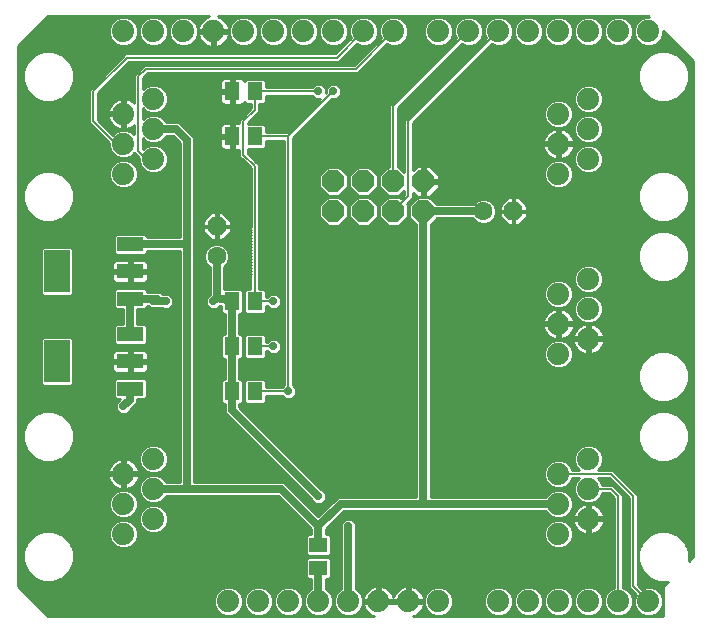
<source format=gtl>
G75*
%MOIN*%
%OFA0B0*%
%FSLAX24Y24*%
%IPPOS*%
%LPD*%
%AMOC8*
5,1,8,0,0,1.08239X$1,22.5*
%
%ADD10R,0.0512X0.0591*%
%ADD11OC8,0.0630*%
%ADD12C,0.0630*%
%ADD13C,0.0740*%
%ADD14OC8,0.0740*%
%ADD15R,0.0880X0.0480*%
%ADD16R,0.0866X0.1417*%
%ADD17R,0.0591X0.0512*%
%ADD18C,0.0250*%
%ADD19C,0.0100*%
%ADD20OC8,0.0270*%
%ADD21C,0.0060*%
D10*
X013878Y008150D03*
X014626Y008150D03*
X014626Y009650D03*
X013878Y009650D03*
X013878Y011150D03*
X014626Y011150D03*
X014626Y016650D03*
X013878Y016650D03*
X013878Y018150D03*
X014626Y018150D03*
D11*
X013359Y013650D03*
X023252Y014150D03*
D12*
X022252Y014150D03*
X013359Y012650D03*
D13*
X010252Y015400D03*
X011252Y015900D03*
X010252Y016400D03*
X011252Y016900D03*
X010252Y017400D03*
X011252Y017900D03*
X011252Y020150D03*
X010252Y020150D03*
X012252Y020150D03*
X013252Y020150D03*
X014252Y020150D03*
X015252Y020150D03*
X016252Y020150D03*
X017252Y020150D03*
X018252Y020150D03*
X019252Y020150D03*
X020752Y020150D03*
X021752Y020150D03*
X022752Y020150D03*
X023752Y020150D03*
X024752Y020150D03*
X025752Y020150D03*
X026752Y020150D03*
X027752Y020150D03*
X025752Y017900D03*
X024752Y017400D03*
X025752Y016900D03*
X024752Y016400D03*
X025752Y015900D03*
X024752Y015400D03*
X025752Y011900D03*
X024752Y011400D03*
X025752Y010900D03*
X024752Y010400D03*
X025752Y009900D03*
X024752Y009400D03*
X025752Y005900D03*
X024752Y005400D03*
X025752Y004900D03*
X024752Y004400D03*
X025752Y003900D03*
X024752Y003400D03*
X024752Y001150D03*
X023752Y001150D03*
X022752Y001150D03*
X020752Y001150D03*
X019752Y001150D03*
X018752Y001150D03*
X017752Y001150D03*
X016752Y001150D03*
X015752Y001150D03*
X014752Y001150D03*
X013752Y001150D03*
X010252Y003400D03*
X011252Y003900D03*
X010252Y004400D03*
X011252Y004900D03*
X010252Y005400D03*
X011252Y005900D03*
X025752Y001150D03*
X026752Y001150D03*
X027752Y001150D03*
D14*
X020252Y014150D03*
X019252Y014150D03*
X018252Y014150D03*
X017252Y014150D03*
X017252Y015150D03*
X018252Y015150D03*
X019252Y015150D03*
X020252Y015150D03*
D15*
X010472Y013060D03*
X010472Y012150D03*
X010472Y011240D03*
X010472Y010060D03*
X010472Y009150D03*
X010472Y008240D03*
D16*
X008032Y009150D03*
X008032Y012150D03*
D17*
X016752Y003024D03*
X016752Y002276D03*
D18*
X016752Y001150D01*
X017752Y001150D02*
X017752Y003650D01*
X017502Y004400D02*
X016752Y003650D01*
X016752Y003024D01*
X016752Y003650D02*
X015502Y004900D01*
X012359Y004900D01*
X011252Y004900D01*
X012359Y004900D02*
X012359Y013060D01*
X010472Y013060D01*
X012359Y013060D02*
X012359Y016544D01*
X012002Y016900D01*
X011252Y016900D01*
X013359Y012650D02*
X013359Y011276D01*
X013378Y011276D01*
X013252Y011150D01*
X013359Y011276D02*
X013878Y011150D01*
X013878Y009650D01*
X013878Y008150D01*
X013878Y007524D01*
X016752Y004650D01*
X017502Y004400D02*
X020252Y004400D01*
X020252Y014150D01*
X022252Y014150D01*
X011669Y011150D02*
X011377Y011150D01*
X011377Y011240D01*
X010472Y011240D01*
X010472Y010060D01*
X011252Y011150D02*
X011377Y011150D01*
X010472Y008240D02*
X010472Y007870D01*
X010252Y007650D01*
X020252Y004400D02*
X024752Y004400D01*
D19*
X006752Y001650D02*
X006752Y019650D01*
X007752Y020650D01*
X013108Y020650D01*
X013053Y020632D01*
X012980Y020595D01*
X012914Y020547D01*
X012856Y020489D01*
X012808Y020423D01*
X012770Y020350D01*
X012745Y020272D01*
X012734Y020200D01*
X013202Y020200D01*
X013202Y020100D01*
X012734Y020100D01*
X012745Y020028D01*
X012770Y019950D01*
X012808Y019877D01*
X012856Y019811D01*
X012914Y019753D01*
X012980Y019705D01*
X013053Y019668D01*
X013131Y019643D01*
X013202Y019631D01*
X013202Y020100D01*
X013302Y020100D01*
X013302Y019631D01*
X013374Y019643D01*
X013452Y019668D01*
X013525Y019705D01*
X013591Y019753D01*
X013649Y019811D01*
X013697Y019877D01*
X013734Y019950D01*
X013760Y020028D01*
X013771Y020100D01*
X013302Y020100D01*
X013302Y020200D01*
X013771Y020200D01*
X013760Y020272D01*
X013734Y020350D01*
X013697Y020423D01*
X013649Y020489D01*
X013591Y020547D01*
X013525Y020595D01*
X013452Y020632D01*
X013396Y020650D01*
X027752Y020650D01*
X027772Y020630D01*
X027657Y020630D01*
X027480Y020557D01*
X027345Y020422D01*
X027272Y020245D01*
X027272Y020055D01*
X027345Y019878D01*
X027480Y019743D01*
X027657Y019670D01*
X027848Y019670D01*
X028024Y019743D01*
X028159Y019878D01*
X028232Y020055D01*
X028232Y020170D01*
X029252Y019150D01*
X029252Y002650D01*
X029092Y002490D01*
X029092Y002817D01*
X028964Y003126D01*
X028728Y003362D01*
X028419Y003490D01*
X028085Y003490D01*
X027777Y003362D01*
X027540Y003126D01*
X027412Y002817D01*
X027412Y002483D01*
X027540Y002174D01*
X027777Y001938D01*
X028085Y001810D01*
X028412Y001810D01*
X028252Y001650D01*
X028252Y000650D01*
X019896Y000650D01*
X019952Y000668D01*
X020025Y000705D01*
X020091Y000753D01*
X020149Y000811D01*
X020197Y000877D01*
X020234Y000950D01*
X020260Y001028D01*
X020271Y001100D01*
X019802Y001100D01*
X019802Y001200D01*
X019702Y001200D01*
X019702Y001100D01*
X019234Y001100D01*
X018802Y001100D01*
X018802Y001200D01*
X018702Y001200D01*
X018702Y001100D01*
X018234Y001100D01*
X018245Y001028D01*
X018270Y000950D01*
X018308Y000877D01*
X018356Y000811D01*
X018414Y000753D01*
X018480Y000705D01*
X018553Y000668D01*
X018608Y000650D01*
X007752Y000650D01*
X006752Y001650D01*
X006775Y001628D02*
X013651Y001628D01*
X013657Y001630D02*
X013480Y001557D01*
X013345Y001422D01*
X013272Y001245D01*
X013272Y001055D01*
X013345Y000878D01*
X013480Y000743D01*
X013657Y000670D01*
X013848Y000670D01*
X014024Y000743D01*
X014159Y000878D01*
X014232Y001055D01*
X014232Y001245D01*
X014159Y001422D01*
X014024Y001557D01*
X013848Y001630D01*
X013657Y001630D01*
X013854Y001628D02*
X014651Y001628D01*
X014657Y001630D02*
X014480Y001557D01*
X014345Y001422D01*
X014272Y001245D01*
X014272Y001055D01*
X014345Y000878D01*
X014480Y000743D01*
X014657Y000670D01*
X014848Y000670D01*
X015024Y000743D01*
X015159Y000878D01*
X015232Y001055D01*
X015232Y001245D01*
X015159Y001422D01*
X015024Y001557D01*
X014848Y001630D01*
X014657Y001630D01*
X014854Y001628D02*
X015651Y001628D01*
X015657Y001630D02*
X015480Y001557D01*
X015345Y001422D01*
X015272Y001245D01*
X015272Y001055D01*
X015345Y000878D01*
X015480Y000743D01*
X015657Y000670D01*
X015848Y000670D01*
X016024Y000743D01*
X016159Y000878D01*
X016232Y001055D01*
X016232Y001245D01*
X016159Y001422D01*
X016024Y001557D01*
X015848Y001630D01*
X015657Y001630D01*
X015854Y001628D02*
X016517Y001628D01*
X016517Y001572D02*
X016480Y001557D01*
X016345Y001422D01*
X016272Y001245D01*
X016272Y001055D01*
X016345Y000878D01*
X016480Y000743D01*
X016657Y000670D01*
X016848Y000670D01*
X017024Y000743D01*
X017159Y000878D01*
X017232Y001055D01*
X017232Y001245D01*
X017159Y001422D01*
X017024Y001557D01*
X016987Y001572D01*
X016987Y001910D01*
X017093Y001910D01*
X017158Y001975D01*
X017158Y002577D01*
X017093Y002642D01*
X016412Y002642D01*
X016347Y002577D01*
X016347Y001975D01*
X016412Y001910D01*
X016517Y001910D01*
X016517Y001572D01*
X016453Y001529D02*
X016052Y001529D01*
X016151Y001431D02*
X016354Y001431D01*
X016308Y001332D02*
X016197Y001332D01*
X016232Y001234D02*
X016272Y001234D01*
X016272Y001135D02*
X016232Y001135D01*
X016225Y001037D02*
X016280Y001037D01*
X016321Y000938D02*
X016184Y000938D01*
X016121Y000840D02*
X016384Y000840D01*
X016485Y000741D02*
X016019Y000741D01*
X015485Y000741D02*
X015019Y000741D01*
X015121Y000840D02*
X015384Y000840D01*
X015321Y000938D02*
X015184Y000938D01*
X015225Y001037D02*
X015280Y001037D01*
X015272Y001135D02*
X015232Y001135D01*
X015232Y001234D02*
X015272Y001234D01*
X015308Y001332D02*
X015197Y001332D01*
X015151Y001431D02*
X015354Y001431D01*
X015453Y001529D02*
X015052Y001529D01*
X014453Y001529D02*
X014052Y001529D01*
X014151Y001431D02*
X014354Y001431D01*
X014308Y001332D02*
X014197Y001332D01*
X014232Y001234D02*
X014272Y001234D01*
X014272Y001135D02*
X014232Y001135D01*
X014225Y001037D02*
X014280Y001037D01*
X014321Y000938D02*
X014184Y000938D01*
X014121Y000840D02*
X014384Y000840D01*
X014485Y000741D02*
X014019Y000741D01*
X013485Y000741D02*
X007661Y000741D01*
X007563Y000840D02*
X013384Y000840D01*
X013321Y000938D02*
X007464Y000938D01*
X007366Y001037D02*
X013280Y001037D01*
X013272Y001135D02*
X007267Y001135D01*
X007169Y001234D02*
X013272Y001234D01*
X013308Y001332D02*
X007070Y001332D01*
X006972Y001431D02*
X013354Y001431D01*
X013453Y001529D02*
X006873Y001529D01*
X006752Y001726D02*
X016517Y001726D01*
X016517Y001825D02*
X007954Y001825D01*
X007919Y001810D02*
X008228Y001938D01*
X008464Y002174D01*
X008592Y002483D01*
X008592Y002817D01*
X008464Y003126D01*
X008228Y003362D01*
X007919Y003490D01*
X007585Y003490D01*
X007277Y003362D01*
X007040Y003126D01*
X006912Y002817D01*
X006912Y002483D01*
X007040Y002174D01*
X007277Y001938D01*
X007585Y001810D01*
X007919Y001810D01*
X008192Y001923D02*
X016399Y001923D01*
X016347Y002022D02*
X008312Y002022D01*
X008410Y002120D02*
X016347Y002120D01*
X016347Y002219D02*
X008483Y002219D01*
X008524Y002317D02*
X016347Y002317D01*
X016347Y002416D02*
X008564Y002416D01*
X008592Y002514D02*
X016347Y002514D01*
X016382Y002613D02*
X008592Y002613D01*
X008592Y002711D02*
X016359Y002711D01*
X016347Y002723D02*
X016412Y002658D01*
X017093Y002658D01*
X017158Y002723D01*
X017158Y003325D01*
X017093Y003390D01*
X016987Y003390D01*
X016987Y003553D01*
X017600Y004165D01*
X024330Y004165D01*
X024345Y004128D01*
X024480Y003993D01*
X024657Y003920D01*
X024848Y003920D01*
X025024Y003993D01*
X025159Y004128D01*
X025232Y004305D01*
X025232Y004495D01*
X025159Y004672D01*
X025024Y004807D01*
X024848Y004880D01*
X024657Y004880D01*
X024480Y004807D01*
X024345Y004672D01*
X024330Y004635D01*
X020487Y004635D01*
X020487Y013706D01*
X020696Y013915D01*
X021890Y013915D01*
X021892Y013909D01*
X022012Y013790D01*
X022168Y013725D01*
X022337Y013725D01*
X022493Y013790D01*
X022613Y013909D01*
X022677Y014065D01*
X022677Y014235D01*
X022677Y014236D02*
X022787Y014236D01*
X022787Y014180D02*
X023222Y014180D01*
X023222Y014120D01*
X022787Y014120D01*
X022787Y013957D01*
X023060Y013685D01*
X023222Y013685D01*
X023222Y014120D01*
X023282Y014120D01*
X023282Y013685D01*
X023445Y013685D01*
X023717Y013957D01*
X023717Y014120D01*
X023282Y014120D01*
X023282Y014180D01*
X023222Y014180D01*
X023222Y014615D01*
X023060Y014615D01*
X022787Y014343D01*
X022787Y014180D01*
X022677Y014137D02*
X023222Y014137D01*
X023282Y014137D02*
X027577Y014137D01*
X027540Y014174D02*
X027777Y013938D01*
X028085Y013810D01*
X028419Y013810D01*
X028728Y013938D01*
X028964Y014174D01*
X029092Y014483D01*
X029092Y014817D01*
X028964Y015126D01*
X028728Y015362D01*
X028419Y015490D01*
X028085Y015490D01*
X027777Y015362D01*
X027540Y015126D01*
X027412Y014817D01*
X027412Y014483D01*
X027540Y014174D01*
X027515Y014236D02*
X023717Y014236D01*
X023717Y014180D02*
X023717Y014343D01*
X023445Y014615D01*
X023282Y014615D01*
X023282Y014180D01*
X023717Y014180D01*
X023717Y014039D02*
X027676Y014039D01*
X027774Y013940D02*
X023700Y013940D01*
X023602Y013842D02*
X028009Y013842D01*
X028085Y013490D02*
X027777Y013362D01*
X027540Y013126D01*
X027412Y012817D01*
X027412Y012483D01*
X027540Y012174D01*
X027777Y011938D01*
X028085Y011810D01*
X028419Y011810D01*
X028728Y011938D01*
X028964Y012174D01*
X029092Y012483D01*
X029092Y012817D01*
X028964Y013126D01*
X028728Y013362D01*
X028419Y013490D01*
X028085Y013490D01*
X027983Y013448D02*
X020487Y013448D01*
X020487Y013546D02*
X029252Y013546D01*
X029252Y013448D02*
X028522Y013448D01*
X028741Y013349D02*
X029252Y013349D01*
X029252Y013251D02*
X028840Y013251D01*
X028938Y013152D02*
X029252Y013152D01*
X029252Y013054D02*
X028994Y013054D01*
X029035Y012955D02*
X029252Y012955D01*
X029252Y012857D02*
X029076Y012857D01*
X029092Y012758D02*
X029252Y012758D01*
X029252Y012660D02*
X029092Y012660D01*
X029092Y012561D02*
X029252Y012561D01*
X029252Y012463D02*
X029084Y012463D01*
X029043Y012364D02*
X029252Y012364D01*
X029252Y012266D02*
X029002Y012266D01*
X028957Y012167D02*
X029252Y012167D01*
X029252Y012069D02*
X028859Y012069D01*
X028760Y011970D02*
X029252Y011970D01*
X029252Y011872D02*
X028568Y011872D01*
X027937Y011872D02*
X026232Y011872D01*
X026232Y011805D02*
X026159Y011628D01*
X026024Y011493D01*
X025848Y011420D01*
X025657Y011420D01*
X025480Y011493D01*
X025345Y011628D01*
X025272Y011805D01*
X025272Y011995D01*
X025345Y012172D01*
X025480Y012307D01*
X025657Y012380D01*
X025848Y012380D01*
X026024Y012307D01*
X026159Y012172D01*
X026232Y011995D01*
X026232Y011805D01*
X026219Y011773D02*
X029252Y011773D01*
X029252Y011675D02*
X026179Y011675D01*
X026107Y011576D02*
X029252Y011576D01*
X029252Y011478D02*
X025987Y011478D01*
X025850Y011379D02*
X029252Y011379D01*
X029252Y011281D02*
X026051Y011281D01*
X026024Y011307D02*
X025848Y011380D01*
X025657Y011380D01*
X025480Y011307D01*
X025345Y011172D01*
X025272Y010995D01*
X025272Y010805D01*
X025345Y010628D01*
X025480Y010493D01*
X025657Y010420D01*
X025848Y010420D01*
X026024Y010493D01*
X026159Y010628D01*
X026232Y010805D01*
X026232Y010995D01*
X026159Y011172D01*
X026024Y011307D01*
X026149Y011182D02*
X029252Y011182D01*
X029252Y011084D02*
X026196Y011084D01*
X026232Y010985D02*
X029252Y010985D01*
X029252Y010887D02*
X026232Y010887D01*
X026226Y010788D02*
X029252Y010788D01*
X029252Y010690D02*
X026185Y010690D01*
X026122Y010591D02*
X029252Y010591D01*
X029252Y010493D02*
X026023Y010493D01*
X025952Y010382D02*
X025874Y010407D01*
X025802Y010419D01*
X025802Y009950D01*
X025702Y009950D01*
X025702Y009850D01*
X025234Y009850D01*
X025245Y009778D01*
X025270Y009700D01*
X025308Y009627D01*
X025356Y009561D01*
X025414Y009503D01*
X025480Y009455D01*
X025553Y009418D01*
X025631Y009393D01*
X025702Y009381D01*
X025702Y009850D01*
X025802Y009850D01*
X025802Y009381D01*
X025874Y009393D01*
X025952Y009418D01*
X026025Y009455D01*
X026091Y009503D01*
X026149Y009561D01*
X026197Y009627D01*
X026234Y009700D01*
X026260Y009778D01*
X026271Y009850D01*
X025802Y009850D01*
X025802Y009950D01*
X026271Y009950D01*
X026260Y010022D01*
X026234Y010100D01*
X026197Y010173D01*
X026149Y010239D01*
X026091Y010297D01*
X026025Y010345D01*
X025952Y010382D01*
X025915Y010394D02*
X029252Y010394D01*
X029252Y010296D02*
X026092Y010296D01*
X026179Y010197D02*
X029252Y010197D01*
X029252Y010099D02*
X026235Y010099D01*
X026263Y010000D02*
X029252Y010000D01*
X029252Y009902D02*
X025802Y009902D01*
X025802Y010000D02*
X025702Y010000D01*
X025702Y009950D02*
X025702Y010419D01*
X025631Y010407D01*
X025553Y010382D01*
X025480Y010345D01*
X025414Y010297D01*
X025356Y010239D01*
X025308Y010173D01*
X025270Y010100D01*
X025245Y010022D01*
X025234Y009950D01*
X025702Y009950D01*
X025702Y009902D02*
X024901Y009902D01*
X024874Y009893D02*
X024952Y009918D01*
X025025Y009955D01*
X025091Y010003D01*
X025149Y010061D01*
X025197Y010127D01*
X025234Y010200D01*
X025260Y010278D01*
X025271Y010350D01*
X024802Y010350D01*
X024802Y009881D01*
X024874Y009893D01*
X024848Y009880D02*
X024657Y009880D01*
X024480Y009807D01*
X024345Y009672D01*
X024272Y009495D01*
X024272Y009305D01*
X024345Y009128D01*
X024480Y008993D01*
X024657Y008920D01*
X024848Y008920D01*
X025024Y008993D01*
X025159Y009128D01*
X025232Y009305D01*
X025232Y009495D01*
X025159Y009672D01*
X025024Y009807D01*
X024848Y009880D01*
X024802Y009902D02*
X024702Y009902D01*
X024702Y009881D02*
X024702Y010350D01*
X024234Y010350D01*
X024245Y010278D01*
X024270Y010200D01*
X024308Y010127D01*
X024356Y010061D01*
X024414Y010003D01*
X024480Y009955D01*
X024553Y009918D01*
X024631Y009893D01*
X024702Y009881D01*
X024604Y009902D02*
X020487Y009902D01*
X020487Y010000D02*
X024418Y010000D01*
X024329Y010099D02*
X020487Y010099D01*
X020487Y010197D02*
X024272Y010197D01*
X024242Y010296D02*
X020487Y010296D01*
X020487Y010394D02*
X024702Y010394D01*
X024702Y010350D02*
X024702Y010450D01*
X024234Y010450D01*
X024245Y010522D01*
X024270Y010600D01*
X024308Y010673D01*
X024356Y010739D01*
X024414Y010797D01*
X024480Y010845D01*
X024553Y010882D01*
X024631Y010907D01*
X024702Y010919D01*
X024702Y010450D01*
X024802Y010450D01*
X024802Y010919D01*
X024874Y010907D01*
X024952Y010882D01*
X025025Y010845D01*
X025091Y010797D01*
X025149Y010739D01*
X025197Y010673D01*
X025234Y010600D01*
X025260Y010522D01*
X025271Y010450D01*
X024802Y010450D01*
X024802Y010350D01*
X024702Y010350D01*
X024702Y010296D02*
X024802Y010296D01*
X024802Y010394D02*
X025590Y010394D01*
X025702Y010394D02*
X025802Y010394D01*
X025802Y010296D02*
X025702Y010296D01*
X025702Y010197D02*
X025802Y010197D01*
X025802Y010099D02*
X025702Y010099D01*
X025702Y009803D02*
X025802Y009803D01*
X025802Y009705D02*
X025702Y009705D01*
X025702Y009606D02*
X025802Y009606D01*
X025802Y009508D02*
X025702Y009508D01*
X025702Y009409D02*
X025802Y009409D01*
X025924Y009409D02*
X027890Y009409D01*
X027777Y009362D02*
X028085Y009490D01*
X028419Y009490D01*
X028728Y009362D01*
X028964Y009126D01*
X029092Y008817D01*
X029092Y008483D01*
X028964Y008174D01*
X028728Y007938D01*
X028419Y007810D01*
X028085Y007810D01*
X027777Y007938D01*
X027540Y008174D01*
X027412Y008483D01*
X027412Y008817D01*
X027540Y009126D01*
X027777Y009362D01*
X027725Y009311D02*
X025232Y009311D01*
X025232Y009409D02*
X025581Y009409D01*
X025409Y009508D02*
X025227Y009508D01*
X025187Y009606D02*
X025323Y009606D01*
X025269Y009705D02*
X025127Y009705D01*
X025028Y009803D02*
X025241Y009803D01*
X025242Y010000D02*
X025087Y010000D01*
X025176Y010099D02*
X025270Y010099D01*
X025233Y010197D02*
X025325Y010197D01*
X025262Y010296D02*
X025412Y010296D01*
X025482Y010493D02*
X025264Y010493D01*
X025237Y010591D02*
X025383Y010591D01*
X025320Y010690D02*
X025185Y010690D01*
X025100Y010788D02*
X025279Y010788D01*
X025272Y010887D02*
X024938Y010887D01*
X024848Y010920D02*
X025024Y010993D01*
X025159Y011128D01*
X025232Y011305D01*
X025232Y011495D01*
X025159Y011672D01*
X025024Y011807D01*
X024848Y011880D01*
X024657Y011880D01*
X024480Y011807D01*
X024345Y011672D01*
X024272Y011495D01*
X024272Y011305D01*
X024345Y011128D01*
X024480Y010993D01*
X024657Y010920D01*
X024848Y010920D01*
X024802Y010887D02*
X024702Y010887D01*
X024702Y010788D02*
X024802Y010788D01*
X024802Y010690D02*
X024702Y010690D01*
X024702Y010591D02*
X024802Y010591D01*
X024802Y010493D02*
X024702Y010493D01*
X024702Y010197D02*
X024802Y010197D01*
X024802Y010099D02*
X024702Y010099D01*
X024702Y010000D02*
X024802Y010000D01*
X024477Y009803D02*
X020487Y009803D01*
X020487Y009705D02*
X024378Y009705D01*
X024318Y009606D02*
X020487Y009606D01*
X020487Y009508D02*
X024277Y009508D01*
X024272Y009409D02*
X020487Y009409D01*
X020487Y009311D02*
X024272Y009311D01*
X024311Y009212D02*
X020487Y009212D01*
X020487Y009114D02*
X024360Y009114D01*
X024459Y009015D02*
X020487Y009015D01*
X020487Y008917D02*
X027454Y008917D01*
X027494Y009015D02*
X025046Y009015D01*
X025145Y009114D02*
X027535Y009114D01*
X027626Y009212D02*
X025194Y009212D01*
X026095Y009508D02*
X029252Y009508D01*
X029252Y009606D02*
X026182Y009606D01*
X026236Y009705D02*
X029252Y009705D01*
X029252Y009803D02*
X026263Y009803D01*
X027413Y008818D02*
X020487Y008818D01*
X020487Y008720D02*
X027412Y008720D01*
X027412Y008621D02*
X020487Y008621D01*
X020487Y008523D02*
X027412Y008523D01*
X027437Y008424D02*
X020487Y008424D01*
X020487Y008326D02*
X027478Y008326D01*
X027518Y008227D02*
X020487Y008227D01*
X020487Y008129D02*
X027586Y008129D01*
X027684Y008030D02*
X020487Y008030D01*
X020487Y007932D02*
X027792Y007932D01*
X028030Y007833D02*
X020487Y007833D01*
X020487Y007735D02*
X029252Y007735D01*
X029252Y007833D02*
X028475Y007833D01*
X028713Y007932D02*
X029252Y007932D01*
X029252Y008030D02*
X028820Y008030D01*
X028919Y008129D02*
X029252Y008129D01*
X029252Y008227D02*
X028986Y008227D01*
X029027Y008326D02*
X029252Y008326D01*
X029252Y008424D02*
X029068Y008424D01*
X029092Y008523D02*
X029252Y008523D01*
X029252Y008621D02*
X029092Y008621D01*
X029092Y008720D02*
X029252Y008720D01*
X029252Y008818D02*
X029092Y008818D01*
X029051Y008917D02*
X029252Y008917D01*
X029252Y009015D02*
X029010Y009015D01*
X028970Y009114D02*
X029252Y009114D01*
X029252Y009212D02*
X028878Y009212D01*
X028780Y009311D02*
X029252Y009311D01*
X029252Y009409D02*
X028615Y009409D01*
X029252Y007636D02*
X020487Y007636D01*
X020487Y007538D02*
X029252Y007538D01*
X029252Y007439D02*
X028543Y007439D01*
X028419Y007490D02*
X028728Y007362D01*
X028964Y007126D01*
X029092Y006817D01*
X029092Y006483D01*
X028964Y006174D01*
X028728Y005938D01*
X028419Y005810D01*
X028085Y005810D01*
X027777Y005938D01*
X027540Y006174D01*
X027412Y006483D01*
X027412Y006817D01*
X027540Y007126D01*
X027777Y007362D01*
X028085Y007490D01*
X028419Y007490D01*
X027962Y007439D02*
X020487Y007439D01*
X020487Y007341D02*
X027755Y007341D01*
X027656Y007242D02*
X020487Y007242D01*
X020487Y007144D02*
X027558Y007144D01*
X027507Y007045D02*
X020487Y007045D01*
X020487Y006947D02*
X027466Y006947D01*
X027425Y006848D02*
X020487Y006848D01*
X020487Y006750D02*
X027412Y006750D01*
X027412Y006651D02*
X020487Y006651D01*
X020487Y006553D02*
X027412Y006553D01*
X027424Y006454D02*
X020487Y006454D01*
X020487Y006356D02*
X025598Y006356D01*
X025657Y006380D02*
X025480Y006307D01*
X025345Y006172D01*
X025272Y005995D01*
X025272Y005805D01*
X025345Y005628D01*
X025434Y005540D01*
X025214Y005540D01*
X025159Y005672D01*
X025024Y005807D01*
X024848Y005880D01*
X024657Y005880D01*
X024480Y005807D01*
X024345Y005672D01*
X024272Y005495D01*
X024272Y005305D01*
X024345Y005128D01*
X024480Y004993D01*
X024657Y004920D01*
X024848Y004920D01*
X025024Y004993D01*
X025159Y005128D01*
X025214Y005260D01*
X025434Y005260D01*
X025345Y005172D01*
X025272Y004995D01*
X025272Y004805D01*
X025345Y004628D01*
X025480Y004493D01*
X025657Y004420D01*
X025848Y004420D01*
X026024Y004493D01*
X026159Y004628D01*
X026214Y004760D01*
X026444Y004760D01*
X026612Y004592D01*
X026612Y001612D01*
X026480Y001557D01*
X026345Y001422D01*
X026272Y001245D01*
X026272Y001055D01*
X026345Y000878D01*
X026480Y000743D01*
X026657Y000670D01*
X026848Y000670D01*
X027024Y000743D01*
X027159Y000878D01*
X027232Y001055D01*
X027232Y001245D01*
X027159Y001422D01*
X027024Y001557D01*
X026892Y001612D01*
X026892Y004708D01*
X026810Y004790D01*
X026560Y005040D01*
X026214Y005040D01*
X026159Y005172D01*
X026071Y005260D01*
X026444Y005260D01*
X027112Y004592D01*
X027112Y001592D01*
X027327Y001377D01*
X027272Y001245D01*
X027272Y001055D01*
X027345Y000878D01*
X027480Y000743D01*
X027657Y000670D01*
X027848Y000670D01*
X028024Y000743D01*
X028159Y000878D01*
X028232Y001055D01*
X028232Y001245D01*
X028159Y001422D01*
X028024Y001557D01*
X027848Y001630D01*
X027657Y001630D01*
X027525Y001575D01*
X027392Y001708D01*
X027392Y004708D01*
X027310Y004790D01*
X026560Y005540D01*
X026071Y005540D01*
X026159Y005628D01*
X026232Y005805D01*
X026232Y005995D01*
X026159Y006172D01*
X026024Y006307D01*
X025848Y006380D01*
X025657Y006380D01*
X025907Y006356D02*
X027465Y006356D01*
X027506Y006257D02*
X026074Y006257D01*
X026165Y006159D02*
X027556Y006159D01*
X027654Y006060D02*
X026206Y006060D01*
X026232Y005962D02*
X027753Y005962D01*
X027957Y005863D02*
X026232Y005863D01*
X026216Y005765D02*
X029252Y005765D01*
X029252Y005863D02*
X028547Y005863D01*
X028752Y005962D02*
X029252Y005962D01*
X029252Y006060D02*
X028850Y006060D01*
X028949Y006159D02*
X029252Y006159D01*
X029252Y006257D02*
X028999Y006257D01*
X029040Y006356D02*
X029252Y006356D01*
X029252Y006454D02*
X029080Y006454D01*
X029092Y006553D02*
X029252Y006553D01*
X029252Y006651D02*
X029092Y006651D01*
X029092Y006750D02*
X029252Y006750D01*
X029252Y006848D02*
X029080Y006848D01*
X029039Y006947D02*
X029252Y006947D01*
X029252Y007045D02*
X028998Y007045D01*
X028947Y007144D02*
X029252Y007144D01*
X029252Y007242D02*
X028848Y007242D01*
X028750Y007341D02*
X029252Y007341D01*
X029252Y005666D02*
X026175Y005666D01*
X026099Y005568D02*
X029252Y005568D01*
X029252Y005469D02*
X026631Y005469D01*
X026730Y005371D02*
X029252Y005371D01*
X029252Y005272D02*
X026828Y005272D01*
X026927Y005174D02*
X029252Y005174D01*
X029252Y005075D02*
X027025Y005075D01*
X027124Y004977D02*
X029252Y004977D01*
X029252Y004878D02*
X027222Y004878D01*
X027321Y004780D02*
X029252Y004780D01*
X029252Y004681D02*
X027392Y004681D01*
X027392Y004583D02*
X029252Y004583D01*
X029252Y004484D02*
X027392Y004484D01*
X027392Y004386D02*
X029252Y004386D01*
X029252Y004287D02*
X027392Y004287D01*
X027392Y004189D02*
X029252Y004189D01*
X029252Y004090D02*
X027392Y004090D01*
X027392Y003992D02*
X029252Y003992D01*
X029252Y003893D02*
X027392Y003893D01*
X027392Y003795D02*
X029252Y003795D01*
X029252Y003696D02*
X027392Y003696D01*
X027392Y003598D02*
X029252Y003598D01*
X029252Y003499D02*
X027392Y003499D01*
X027392Y003401D02*
X027869Y003401D01*
X027716Y003302D02*
X027392Y003302D01*
X027392Y003204D02*
X027618Y003204D01*
X027532Y003105D02*
X027392Y003105D01*
X027392Y003007D02*
X027491Y003007D01*
X027450Y002908D02*
X027392Y002908D01*
X027392Y002810D02*
X027412Y002810D01*
X027412Y002711D02*
X027392Y002711D01*
X027392Y002613D02*
X027412Y002613D01*
X027412Y002514D02*
X027392Y002514D01*
X027392Y002416D02*
X027440Y002416D01*
X027481Y002317D02*
X027392Y002317D01*
X027392Y002219D02*
X027522Y002219D01*
X027594Y002120D02*
X027392Y002120D01*
X027392Y002022D02*
X027693Y002022D01*
X027812Y001923D02*
X027392Y001923D01*
X027392Y001825D02*
X028050Y001825D01*
X027854Y001628D02*
X028252Y001628D01*
X028252Y001529D02*
X028052Y001529D01*
X028151Y001431D02*
X028252Y001431D01*
X028252Y001332D02*
X028197Y001332D01*
X028232Y001234D02*
X028252Y001234D01*
X028252Y001135D02*
X028232Y001135D01*
X028225Y001037D02*
X028252Y001037D01*
X028252Y000938D02*
X028184Y000938D01*
X028121Y000840D02*
X028252Y000840D01*
X028252Y000741D02*
X028019Y000741D01*
X027485Y000741D02*
X027019Y000741D01*
X027121Y000840D02*
X027384Y000840D01*
X027321Y000938D02*
X027184Y000938D01*
X027225Y001037D02*
X027280Y001037D01*
X027272Y001135D02*
X027232Y001135D01*
X027232Y001234D02*
X027272Y001234D01*
X027308Y001332D02*
X027197Y001332D01*
X027151Y001431D02*
X027274Y001431D01*
X027175Y001529D02*
X027052Y001529D01*
X027112Y001628D02*
X026892Y001628D01*
X026892Y001726D02*
X027112Y001726D01*
X027112Y001825D02*
X026892Y001825D01*
X026892Y001923D02*
X027112Y001923D01*
X027112Y002022D02*
X026892Y002022D01*
X026892Y002120D02*
X027112Y002120D01*
X027112Y002219D02*
X026892Y002219D01*
X026892Y002317D02*
X027112Y002317D01*
X027112Y002416D02*
X026892Y002416D01*
X026892Y002514D02*
X027112Y002514D01*
X027112Y002613D02*
X026892Y002613D01*
X026892Y002711D02*
X027112Y002711D01*
X027112Y002810D02*
X026892Y002810D01*
X026892Y002908D02*
X027112Y002908D01*
X027112Y003007D02*
X026892Y003007D01*
X026892Y003105D02*
X027112Y003105D01*
X027112Y003204D02*
X026892Y003204D01*
X026892Y003302D02*
X027112Y003302D01*
X027112Y003401D02*
X026892Y003401D01*
X026892Y003499D02*
X027112Y003499D01*
X027112Y003598D02*
X026892Y003598D01*
X026892Y003696D02*
X027112Y003696D01*
X027112Y003795D02*
X026892Y003795D01*
X026892Y003893D02*
X027112Y003893D01*
X027112Y003992D02*
X026892Y003992D01*
X026892Y004090D02*
X027112Y004090D01*
X027112Y004189D02*
X026892Y004189D01*
X026892Y004287D02*
X027112Y004287D01*
X027112Y004386D02*
X026892Y004386D01*
X026892Y004484D02*
X027112Y004484D01*
X027112Y004583D02*
X026892Y004583D01*
X026892Y004681D02*
X027023Y004681D01*
X026925Y004780D02*
X026821Y004780D01*
X026826Y004878D02*
X026722Y004878D01*
X026728Y004977D02*
X026624Y004977D01*
X026629Y005075D02*
X026199Y005075D01*
X026158Y005174D02*
X026531Y005174D01*
X026523Y004681D02*
X026181Y004681D01*
X026114Y004583D02*
X026612Y004583D01*
X026612Y004484D02*
X026002Y004484D01*
X025952Y004382D02*
X025874Y004407D01*
X025802Y004419D01*
X025802Y003950D01*
X025702Y003950D01*
X025702Y003850D01*
X025234Y003850D01*
X025245Y003778D01*
X025270Y003700D01*
X025308Y003627D01*
X025356Y003561D01*
X025414Y003503D01*
X025480Y003455D01*
X025553Y003418D01*
X025631Y003393D01*
X025702Y003381D01*
X025702Y003850D01*
X025802Y003850D01*
X025802Y003381D01*
X025874Y003393D01*
X025952Y003418D01*
X026025Y003455D01*
X026091Y003503D01*
X026149Y003561D01*
X026197Y003627D01*
X026234Y003700D01*
X026260Y003778D01*
X026271Y003850D01*
X025802Y003850D01*
X025802Y003950D01*
X026271Y003950D01*
X026260Y004022D01*
X026234Y004100D01*
X026197Y004173D01*
X026149Y004239D01*
X026091Y004297D01*
X026025Y004345D01*
X025952Y004382D01*
X025941Y004386D02*
X026612Y004386D01*
X026612Y004287D02*
X026101Y004287D01*
X026186Y004189D02*
X026612Y004189D01*
X026612Y004090D02*
X026237Y004090D01*
X026264Y003992D02*
X026612Y003992D01*
X026612Y003893D02*
X025802Y003893D01*
X025802Y003795D02*
X025702Y003795D01*
X025702Y003893D02*
X017856Y003893D01*
X017854Y003895D02*
X017651Y003895D01*
X017507Y003751D01*
X017507Y003549D01*
X017517Y003539D01*
X017517Y001572D01*
X017480Y001557D01*
X017345Y001422D01*
X017272Y001245D01*
X017272Y001055D01*
X017345Y000878D01*
X017480Y000743D01*
X017657Y000670D01*
X017848Y000670D01*
X018024Y000743D01*
X018159Y000878D01*
X018232Y001055D01*
X018232Y001245D01*
X018159Y001422D01*
X018024Y001557D01*
X017987Y001572D01*
X017987Y003539D01*
X017997Y003549D01*
X017997Y003751D01*
X017854Y003895D01*
X017954Y003795D02*
X024468Y003795D01*
X024480Y003807D02*
X024345Y003672D01*
X024272Y003495D01*
X024272Y003305D01*
X024345Y003128D01*
X024480Y002993D01*
X024657Y002920D01*
X024848Y002920D01*
X025024Y002993D01*
X025159Y003128D01*
X025232Y003305D01*
X025232Y003495D01*
X025159Y003672D01*
X025024Y003807D01*
X024848Y003880D01*
X024657Y003880D01*
X024480Y003807D01*
X024370Y003696D02*
X017997Y003696D01*
X017997Y003598D02*
X024315Y003598D01*
X024274Y003499D02*
X017987Y003499D01*
X017987Y003401D02*
X024272Y003401D01*
X024273Y003302D02*
X017987Y003302D01*
X017987Y003204D02*
X024314Y003204D01*
X024369Y003105D02*
X017987Y003105D01*
X017987Y003007D02*
X024467Y003007D01*
X025038Y003007D02*
X026612Y003007D01*
X026612Y003105D02*
X025136Y003105D01*
X025191Y003204D02*
X026612Y003204D01*
X026612Y003302D02*
X025231Y003302D01*
X025232Y003401D02*
X025607Y003401D01*
X025702Y003401D02*
X025802Y003401D01*
X025898Y003401D02*
X026612Y003401D01*
X026612Y003499D02*
X026085Y003499D01*
X026175Y003598D02*
X026612Y003598D01*
X026612Y003696D02*
X026232Y003696D01*
X026262Y003795D02*
X026612Y003795D01*
X025802Y003696D02*
X025702Y003696D01*
X025702Y003598D02*
X025802Y003598D01*
X025802Y003499D02*
X025702Y003499D01*
X025420Y003499D02*
X025231Y003499D01*
X025190Y003598D02*
X025329Y003598D01*
X025273Y003696D02*
X025135Y003696D01*
X025037Y003795D02*
X025243Y003795D01*
X025234Y003950D02*
X025702Y003950D01*
X025702Y004419D01*
X025631Y004407D01*
X025553Y004382D01*
X025480Y004345D01*
X025414Y004297D01*
X025356Y004239D01*
X025308Y004173D01*
X025270Y004100D01*
X025245Y004022D01*
X025234Y003950D01*
X025240Y003992D02*
X025020Y003992D01*
X025121Y004090D02*
X025267Y004090D01*
X025319Y004189D02*
X025184Y004189D01*
X025225Y004287D02*
X025404Y004287D01*
X025564Y004386D02*
X025232Y004386D01*
X025232Y004484D02*
X025502Y004484D01*
X025391Y004583D02*
X025196Y004583D01*
X025150Y004681D02*
X025324Y004681D01*
X025283Y004780D02*
X025052Y004780D01*
X024984Y004977D02*
X025272Y004977D01*
X025272Y004878D02*
X024853Y004878D01*
X024652Y004878D02*
X020487Y004878D01*
X020487Y004780D02*
X024453Y004780D01*
X024355Y004681D02*
X020487Y004681D01*
X020487Y004977D02*
X024520Y004977D01*
X024399Y005075D02*
X020487Y005075D01*
X020487Y005174D02*
X024327Y005174D01*
X024286Y005272D02*
X020487Y005272D01*
X020487Y005371D02*
X024272Y005371D01*
X024272Y005469D02*
X020487Y005469D01*
X020487Y005568D02*
X024302Y005568D01*
X024343Y005666D02*
X020487Y005666D01*
X020487Y005765D02*
X024438Y005765D01*
X024616Y005863D02*
X020487Y005863D01*
X020487Y005962D02*
X025272Y005962D01*
X025272Y005863D02*
X024889Y005863D01*
X025067Y005765D02*
X025289Y005765D01*
X025330Y005666D02*
X025162Y005666D01*
X025203Y005568D02*
X025406Y005568D01*
X025347Y005174D02*
X025178Y005174D01*
X025106Y005075D02*
X025305Y005075D01*
X025702Y004386D02*
X025802Y004386D01*
X025802Y004287D02*
X025702Y004287D01*
X025702Y004189D02*
X025802Y004189D01*
X025802Y004090D02*
X025702Y004090D01*
X025702Y003992D02*
X025802Y003992D01*
X024484Y003992D02*
X017426Y003992D01*
X017525Y004090D02*
X024384Y004090D01*
X026612Y002908D02*
X017987Y002908D01*
X017987Y002810D02*
X026612Y002810D01*
X026612Y002711D02*
X017987Y002711D01*
X017987Y002613D02*
X026612Y002613D01*
X026612Y002514D02*
X017987Y002514D01*
X017987Y002416D02*
X026612Y002416D01*
X026612Y002317D02*
X017987Y002317D01*
X017987Y002219D02*
X026612Y002219D01*
X026612Y002120D02*
X017987Y002120D01*
X017987Y002022D02*
X026612Y002022D01*
X026612Y001923D02*
X017987Y001923D01*
X017987Y001825D02*
X026612Y001825D01*
X026612Y001726D02*
X017987Y001726D01*
X017987Y001628D02*
X018544Y001628D01*
X018553Y001632D02*
X018480Y001595D01*
X018414Y001547D01*
X018356Y001489D01*
X018308Y001423D01*
X018270Y001350D01*
X018245Y001272D01*
X018234Y001200D01*
X018702Y001200D01*
X018702Y001669D01*
X018631Y001657D01*
X018553Y001632D01*
X018702Y001628D02*
X018802Y001628D01*
X018802Y001669D02*
X018802Y001200D01*
X019702Y001200D01*
X019702Y001669D01*
X019631Y001657D01*
X019553Y001632D01*
X019480Y001595D01*
X019414Y001547D01*
X019356Y001489D01*
X019308Y001423D01*
X019270Y001350D01*
X019252Y001294D01*
X019234Y001350D01*
X019197Y001423D01*
X019149Y001489D01*
X019091Y001547D01*
X019025Y001595D01*
X018952Y001632D01*
X018874Y001657D01*
X018802Y001669D01*
X018802Y001529D02*
X018702Y001529D01*
X018702Y001431D02*
X018802Y001431D01*
X018802Y001332D02*
X018702Y001332D01*
X018702Y001234D02*
X018802Y001234D01*
X018802Y001135D02*
X019702Y001135D01*
X019702Y001234D02*
X019802Y001234D01*
X019802Y001200D02*
X019802Y001669D01*
X019874Y001657D01*
X019952Y001632D01*
X020025Y001595D01*
X020091Y001547D01*
X020149Y001489D01*
X020197Y001423D01*
X020234Y001350D01*
X020260Y001272D01*
X020271Y001200D01*
X019802Y001200D01*
X019802Y001135D02*
X020272Y001135D01*
X020272Y001055D02*
X020272Y001245D01*
X020345Y001422D01*
X020480Y001557D01*
X020657Y001630D01*
X020848Y001630D01*
X021024Y001557D01*
X021159Y001422D01*
X021232Y001245D01*
X021232Y001055D01*
X021159Y000878D01*
X021024Y000743D01*
X020848Y000670D01*
X020657Y000670D01*
X020480Y000743D01*
X020345Y000878D01*
X020272Y001055D01*
X020280Y001037D02*
X020261Y001037D01*
X020228Y000938D02*
X020321Y000938D01*
X020384Y000840D02*
X020170Y000840D01*
X020074Y000741D02*
X020485Y000741D01*
X021019Y000741D02*
X022485Y000741D01*
X022480Y000743D02*
X022657Y000670D01*
X022848Y000670D01*
X023024Y000743D01*
X023159Y000878D01*
X023232Y001055D01*
X023232Y001245D01*
X023159Y001422D01*
X023024Y001557D01*
X022848Y001630D01*
X022657Y001630D01*
X022480Y001557D01*
X022345Y001422D01*
X022272Y001245D01*
X022272Y001055D01*
X022345Y000878D01*
X022480Y000743D01*
X022384Y000840D02*
X021121Y000840D01*
X021184Y000938D02*
X022321Y000938D01*
X022280Y001037D02*
X021225Y001037D01*
X021232Y001135D02*
X022272Y001135D01*
X022272Y001234D02*
X021232Y001234D01*
X021197Y001332D02*
X022308Y001332D01*
X022354Y001431D02*
X021151Y001431D01*
X021052Y001529D02*
X022453Y001529D01*
X022651Y001628D02*
X020854Y001628D01*
X020651Y001628D02*
X019961Y001628D01*
X019802Y001628D02*
X019702Y001628D01*
X019702Y001529D02*
X019802Y001529D01*
X019802Y001431D02*
X019702Y001431D01*
X019702Y001332D02*
X019802Y001332D01*
X020109Y001529D02*
X020453Y001529D01*
X020354Y001431D02*
X020191Y001431D01*
X020240Y001332D02*
X020308Y001332D01*
X020272Y001234D02*
X020266Y001234D01*
X019544Y001628D02*
X018961Y001628D01*
X019109Y001529D02*
X019396Y001529D01*
X019313Y001431D02*
X019191Y001431D01*
X019240Y001332D02*
X019265Y001332D01*
X018702Y001135D02*
X018232Y001135D01*
X018232Y001234D02*
X018239Y001234D01*
X018265Y001332D02*
X018197Y001332D01*
X018151Y001431D02*
X018313Y001431D01*
X018396Y001529D02*
X018052Y001529D01*
X017517Y001628D02*
X016987Y001628D01*
X016987Y001726D02*
X017517Y001726D01*
X017517Y001825D02*
X016987Y001825D01*
X017106Y001923D02*
X017517Y001923D01*
X017517Y002022D02*
X017158Y002022D01*
X017158Y002120D02*
X017517Y002120D01*
X017517Y002219D02*
X017158Y002219D01*
X017158Y002317D02*
X017517Y002317D01*
X017517Y002416D02*
X017158Y002416D01*
X017158Y002514D02*
X017517Y002514D01*
X017517Y002613D02*
X017123Y002613D01*
X017146Y002711D02*
X017517Y002711D01*
X017517Y002810D02*
X017158Y002810D01*
X017158Y002908D02*
X017517Y002908D01*
X017517Y003007D02*
X017158Y003007D01*
X017158Y003105D02*
X017517Y003105D01*
X017517Y003204D02*
X017158Y003204D01*
X017158Y003302D02*
X017517Y003302D01*
X017517Y003401D02*
X016987Y003401D01*
X016987Y003499D02*
X017517Y003499D01*
X017507Y003598D02*
X017032Y003598D01*
X017131Y003696D02*
X017507Y003696D01*
X017550Y003795D02*
X017229Y003795D01*
X017328Y003893D02*
X017649Y003893D01*
X017057Y004287D02*
X016448Y004287D01*
X016546Y004189D02*
X016959Y004189D01*
X016860Y004090D02*
X016645Y004090D01*
X016743Y003992D02*
X016762Y003992D01*
X016752Y003982D02*
X015600Y005135D01*
X012594Y005135D01*
X012594Y016641D01*
X012456Y016779D01*
X012237Y016997D01*
X012237Y016997D01*
X012100Y017135D01*
X011675Y017135D01*
X011659Y017172D01*
X011524Y017307D01*
X011348Y017380D01*
X011157Y017380D01*
X010980Y017307D01*
X010892Y017219D01*
X010892Y017581D01*
X010980Y017493D01*
X011157Y017420D01*
X011348Y017420D01*
X011524Y017493D01*
X011659Y017628D01*
X011732Y017805D01*
X011732Y017995D01*
X011659Y018172D01*
X011524Y018307D01*
X011348Y018380D01*
X011157Y018380D01*
X010980Y018307D01*
X010892Y018219D01*
X010892Y018592D01*
X011060Y018760D01*
X018060Y018760D01*
X019025Y019725D01*
X019157Y019670D01*
X019348Y019670D01*
X019524Y019743D01*
X019659Y019878D01*
X019732Y020055D01*
X019732Y020245D01*
X019659Y020422D01*
X019524Y020557D01*
X019348Y020630D01*
X019157Y020630D01*
X018980Y020557D01*
X018845Y020422D01*
X018772Y020245D01*
X018772Y020055D01*
X018827Y019923D01*
X017944Y019040D01*
X010944Y019040D01*
X010862Y018958D01*
X010612Y018708D01*
X010612Y017775D01*
X010591Y017797D01*
X010525Y017845D01*
X010452Y017882D01*
X010374Y017907D01*
X010302Y017919D01*
X010302Y017450D01*
X010202Y017450D01*
X010202Y017350D01*
X009734Y017350D01*
X009745Y017278D01*
X009770Y017200D01*
X009808Y017127D01*
X009856Y017061D01*
X009914Y017003D01*
X009980Y016955D01*
X010053Y016918D01*
X010131Y016893D01*
X010202Y016881D01*
X010202Y017350D01*
X010302Y017350D01*
X010302Y016881D01*
X010374Y016893D01*
X010452Y016918D01*
X010525Y016955D01*
X010591Y017003D01*
X010612Y017025D01*
X010612Y016719D01*
X010524Y016807D01*
X010348Y016880D01*
X010157Y016880D01*
X009980Y016807D01*
X009887Y016713D01*
X009392Y017208D01*
X009392Y018092D01*
X010435Y019135D01*
X017435Y019135D01*
X018025Y019725D01*
X018157Y019670D01*
X018348Y019670D01*
X018524Y019743D01*
X018659Y019878D01*
X018732Y020055D01*
X018732Y020245D01*
X018659Y020422D01*
X018524Y020557D01*
X018348Y020630D01*
X018157Y020630D01*
X017980Y020557D01*
X017845Y020422D01*
X017772Y020245D01*
X017772Y020055D01*
X017827Y019923D01*
X017319Y019415D01*
X010319Y019415D01*
X010237Y019333D01*
X009194Y018290D01*
X009112Y018208D01*
X009112Y017092D01*
X009194Y017010D01*
X009772Y016432D01*
X009772Y016305D01*
X009845Y016128D01*
X009980Y015993D01*
X010157Y015920D01*
X010348Y015920D01*
X010524Y015993D01*
X010618Y016087D01*
X010694Y016010D01*
X010772Y015932D01*
X010772Y015805D01*
X010845Y015628D01*
X010980Y015493D01*
X011157Y015420D01*
X011348Y015420D01*
X011524Y015493D01*
X011659Y015628D01*
X011732Y015805D01*
X011732Y015995D01*
X011659Y016172D01*
X011524Y016307D01*
X011348Y016380D01*
X011157Y016380D01*
X010980Y016307D01*
X010892Y016219D01*
X010892Y016581D01*
X010980Y016493D01*
X011157Y016420D01*
X011348Y016420D01*
X011524Y016493D01*
X011659Y016628D01*
X011675Y016665D01*
X011905Y016665D01*
X012124Y016446D01*
X012124Y013295D01*
X011022Y013295D01*
X011022Y013346D01*
X010958Y013410D01*
X009987Y013410D01*
X009922Y013346D01*
X009922Y012774D01*
X009987Y012710D01*
X010958Y012710D01*
X011022Y012774D01*
X011022Y012825D01*
X012124Y012825D01*
X012124Y005135D01*
X011675Y005135D01*
X011659Y005172D01*
X011524Y005307D01*
X011348Y005380D01*
X011157Y005380D01*
X010980Y005307D01*
X010845Y005172D01*
X010772Y004995D01*
X010772Y004805D01*
X010845Y004628D01*
X010980Y004493D01*
X011157Y004420D01*
X011348Y004420D01*
X011524Y004493D01*
X011659Y004628D01*
X011675Y004665D01*
X015405Y004665D01*
X016517Y003553D01*
X016517Y003390D01*
X016412Y003390D01*
X016347Y003325D01*
X016347Y002723D01*
X016347Y002810D02*
X008592Y002810D01*
X008555Y002908D02*
X016347Y002908D01*
X016347Y003007D02*
X010538Y003007D01*
X010524Y002993D02*
X010659Y003128D01*
X010732Y003305D01*
X010732Y003495D01*
X010659Y003672D01*
X010524Y003807D01*
X010348Y003880D01*
X010157Y003880D01*
X009980Y003807D01*
X009845Y003672D01*
X009772Y003495D01*
X009772Y003305D01*
X009845Y003128D01*
X009980Y002993D01*
X010157Y002920D01*
X010348Y002920D01*
X010524Y002993D01*
X010636Y003105D02*
X016347Y003105D01*
X016347Y003204D02*
X010691Y003204D01*
X010731Y003302D02*
X016347Y003302D01*
X016517Y003401D02*
X010732Y003401D01*
X010731Y003499D02*
X010975Y003499D01*
X010980Y003493D02*
X011157Y003420D01*
X011348Y003420D01*
X011524Y003493D01*
X011659Y003628D01*
X011732Y003805D01*
X011732Y003995D01*
X011659Y004172D01*
X011524Y004307D01*
X011348Y004380D01*
X011157Y004380D01*
X010980Y004307D01*
X010845Y004172D01*
X010772Y003995D01*
X010772Y003805D01*
X010845Y003628D01*
X010980Y003493D01*
X010876Y003598D02*
X010690Y003598D01*
X010635Y003696D02*
X010817Y003696D01*
X010777Y003795D02*
X010537Y003795D01*
X010520Y003992D02*
X010772Y003992D01*
X010772Y003893D02*
X006752Y003893D01*
X006752Y003795D02*
X009968Y003795D01*
X009870Y003696D02*
X006752Y003696D01*
X006752Y003598D02*
X009815Y003598D01*
X009774Y003499D02*
X006752Y003499D01*
X006752Y003401D02*
X007369Y003401D01*
X007216Y003302D02*
X006752Y003302D01*
X006752Y003204D02*
X007118Y003204D01*
X007032Y003105D02*
X006752Y003105D01*
X006752Y003007D02*
X006991Y003007D01*
X006950Y002908D02*
X006752Y002908D01*
X006752Y002810D02*
X006912Y002810D01*
X006912Y002711D02*
X006752Y002711D01*
X006752Y002613D02*
X006912Y002613D01*
X006912Y002514D02*
X006752Y002514D01*
X006752Y002416D02*
X006940Y002416D01*
X006981Y002317D02*
X006752Y002317D01*
X006752Y002219D02*
X007022Y002219D01*
X007094Y002120D02*
X006752Y002120D01*
X006752Y002022D02*
X007193Y002022D01*
X007312Y001923D02*
X006752Y001923D01*
X006752Y001825D02*
X007550Y001825D01*
X008514Y003007D02*
X009967Y003007D01*
X009869Y003105D02*
X008473Y003105D01*
X008387Y003204D02*
X009814Y003204D01*
X009773Y003302D02*
X008288Y003302D01*
X008135Y003401D02*
X009772Y003401D01*
X009984Y003992D02*
X006752Y003992D01*
X006752Y004090D02*
X009884Y004090D01*
X009845Y004128D02*
X009980Y003993D01*
X010157Y003920D01*
X010348Y003920D01*
X010524Y003993D01*
X010659Y004128D01*
X010732Y004305D01*
X010732Y004495D01*
X010659Y004672D01*
X010524Y004807D01*
X010348Y004880D01*
X010157Y004880D01*
X009980Y004807D01*
X009845Y004672D01*
X009772Y004495D01*
X009772Y004305D01*
X009845Y004128D01*
X009820Y004189D02*
X006752Y004189D01*
X006752Y004287D02*
X009780Y004287D01*
X009772Y004386D02*
X006752Y004386D01*
X006752Y004484D02*
X009772Y004484D01*
X009808Y004583D02*
X006752Y004583D01*
X006752Y004681D02*
X009855Y004681D01*
X009953Y004780D02*
X006752Y004780D01*
X006752Y004878D02*
X010152Y004878D01*
X010131Y004893D02*
X010053Y004918D01*
X009980Y004955D01*
X009914Y005003D01*
X009856Y005061D01*
X009808Y005127D01*
X009770Y005200D01*
X009745Y005278D01*
X009734Y005350D01*
X010202Y005350D01*
X010202Y005450D01*
X009734Y005450D01*
X009745Y005522D01*
X009770Y005600D01*
X009808Y005673D01*
X009856Y005739D01*
X009914Y005797D01*
X009980Y005845D01*
X010053Y005882D01*
X010131Y005907D01*
X010202Y005919D01*
X010202Y005450D01*
X010302Y005450D01*
X010302Y005919D01*
X010374Y005907D01*
X010452Y005882D01*
X010525Y005845D01*
X010591Y005797D01*
X010649Y005739D01*
X010697Y005673D01*
X010734Y005600D01*
X010760Y005522D01*
X010771Y005450D01*
X010302Y005450D01*
X010302Y005350D01*
X010302Y004881D01*
X010374Y004893D01*
X010452Y004918D01*
X010525Y004955D01*
X010591Y005003D01*
X010649Y005061D01*
X010697Y005127D01*
X010734Y005200D01*
X010760Y005278D01*
X010771Y005350D01*
X010302Y005350D01*
X010202Y005350D01*
X010202Y004881D01*
X010131Y004893D01*
X010202Y004977D02*
X010302Y004977D01*
X010302Y005075D02*
X010202Y005075D01*
X010202Y005174D02*
X010302Y005174D01*
X010302Y005272D02*
X010202Y005272D01*
X010202Y005371D02*
X006752Y005371D01*
X006752Y005469D02*
X009737Y005469D01*
X009760Y005568D02*
X006752Y005568D01*
X006752Y005666D02*
X009804Y005666D01*
X009881Y005765D02*
X006752Y005765D01*
X006752Y005863D02*
X007457Y005863D01*
X007585Y005810D02*
X007277Y005938D01*
X007040Y006174D01*
X006912Y006483D01*
X006912Y006817D01*
X007040Y007126D01*
X007277Y007362D01*
X007585Y007490D01*
X007919Y007490D01*
X008228Y007362D01*
X008464Y007126D01*
X008592Y006817D01*
X008592Y006483D01*
X008464Y006174D01*
X008228Y005938D01*
X007919Y005810D01*
X007585Y005810D01*
X008047Y005863D02*
X010016Y005863D01*
X010202Y005863D02*
X010302Y005863D01*
X010302Y005765D02*
X010202Y005765D01*
X010202Y005666D02*
X010302Y005666D01*
X010302Y005568D02*
X010202Y005568D01*
X010202Y005469D02*
X010302Y005469D01*
X010302Y005371D02*
X011134Y005371D01*
X011157Y005420D02*
X010980Y005493D01*
X010845Y005628D01*
X010772Y005805D01*
X010772Y005995D01*
X010845Y006172D01*
X010980Y006307D01*
X011157Y006380D01*
X011348Y006380D01*
X011524Y006307D01*
X011659Y006172D01*
X011732Y005995D01*
X011732Y005805D01*
X011659Y005628D01*
X011524Y005493D01*
X011348Y005420D01*
X011157Y005420D01*
X011039Y005469D02*
X010768Y005469D01*
X010745Y005568D02*
X010906Y005568D01*
X010830Y005666D02*
X010700Y005666D01*
X010623Y005765D02*
X010789Y005765D01*
X010772Y005863D02*
X010489Y005863D01*
X010772Y005962D02*
X008252Y005962D01*
X008350Y006060D02*
X010799Y006060D01*
X010840Y006159D02*
X008449Y006159D01*
X008499Y006257D02*
X010931Y006257D01*
X011098Y006356D02*
X008540Y006356D01*
X008580Y006454D02*
X012124Y006454D01*
X012124Y006356D02*
X011407Y006356D01*
X011574Y006257D02*
X012124Y006257D01*
X012124Y006159D02*
X011665Y006159D01*
X011706Y006060D02*
X012124Y006060D01*
X012124Y005962D02*
X011732Y005962D01*
X011732Y005863D02*
X012124Y005863D01*
X012124Y005765D02*
X011716Y005765D01*
X011675Y005666D02*
X012124Y005666D01*
X012124Y005568D02*
X011599Y005568D01*
X011466Y005469D02*
X012124Y005469D01*
X012124Y005371D02*
X011371Y005371D01*
X011559Y005272D02*
X012124Y005272D01*
X012124Y005174D02*
X011658Y005174D01*
X011614Y004583D02*
X015488Y004583D01*
X015586Y004484D02*
X011502Y004484D01*
X011544Y004287D02*
X015783Y004287D01*
X015685Y004386D02*
X010732Y004386D01*
X010732Y004484D02*
X011002Y004484D01*
X010891Y004583D02*
X010696Y004583D01*
X010650Y004681D02*
X010824Y004681D01*
X010783Y004780D02*
X010552Y004780D01*
X010554Y004977D02*
X010772Y004977D01*
X010772Y004878D02*
X010353Y004878D01*
X010659Y005075D02*
X010805Y005075D01*
X010847Y005174D02*
X010721Y005174D01*
X010758Y005272D02*
X010946Y005272D01*
X009951Y004977D02*
X006752Y004977D01*
X006752Y005075D02*
X009846Y005075D01*
X009784Y005174D02*
X006752Y005174D01*
X006752Y005272D02*
X009747Y005272D01*
X010725Y004287D02*
X010961Y004287D01*
X010862Y004189D02*
X010684Y004189D01*
X010621Y004090D02*
X010812Y004090D01*
X011643Y004189D02*
X015882Y004189D01*
X015980Y004090D02*
X011693Y004090D01*
X011732Y003992D02*
X016079Y003992D01*
X016177Y003893D02*
X011732Y003893D01*
X011728Y003795D02*
X016276Y003795D01*
X016374Y003696D02*
X011687Y003696D01*
X011629Y003598D02*
X016473Y003598D01*
X016517Y003499D02*
X011530Y003499D01*
X012594Y005174D02*
X015897Y005174D01*
X015995Y005075D02*
X015660Y005075D01*
X015758Y004977D02*
X016094Y004977D01*
X016192Y004878D02*
X015857Y004878D01*
X015955Y004780D02*
X016291Y004780D01*
X016389Y004681D02*
X016054Y004681D01*
X016152Y004583D02*
X016488Y004583D01*
X016507Y004563D02*
X016507Y004549D01*
X016651Y004405D01*
X016854Y004405D01*
X016997Y004549D01*
X016997Y004751D01*
X016854Y004895D01*
X016840Y004895D01*
X014113Y007621D01*
X014113Y007745D01*
X014180Y007745D01*
X014244Y007809D01*
X014244Y008491D01*
X014180Y008555D01*
X014113Y008555D01*
X014113Y009245D01*
X014180Y009245D01*
X014244Y009309D01*
X014244Y009991D01*
X014180Y010055D01*
X014113Y010055D01*
X014113Y010745D01*
X014180Y010745D01*
X014244Y010809D01*
X014244Y011491D01*
X014180Y011555D01*
X013594Y011555D01*
X013594Y012287D01*
X013599Y012290D01*
X013719Y012409D01*
X013784Y012565D01*
X013784Y012735D01*
X013719Y012891D01*
X013599Y013010D01*
X013443Y013075D01*
X013274Y013075D01*
X013118Y013010D01*
X012998Y012891D01*
X012934Y012735D01*
X012934Y012565D01*
X012998Y012409D01*
X013118Y012290D01*
X013124Y012287D01*
X013124Y011368D01*
X013007Y011251D01*
X013007Y011049D01*
X013151Y010905D01*
X013354Y010905D01*
X013459Y011010D01*
X013512Y010997D01*
X013512Y010809D01*
X013577Y010745D01*
X013643Y010745D01*
X013643Y010055D01*
X013577Y010055D01*
X013512Y009991D01*
X013512Y009309D01*
X013577Y009245D01*
X013643Y009245D01*
X013643Y008555D01*
X013577Y008555D01*
X013512Y008491D01*
X013512Y007809D01*
X013577Y007745D01*
X013643Y007745D01*
X013643Y007427D01*
X016507Y004563D01*
X016572Y004484D02*
X016251Y004484D01*
X016349Y004386D02*
X017156Y004386D01*
X017254Y004484D02*
X016933Y004484D01*
X016997Y004583D02*
X017353Y004583D01*
X017405Y004635D02*
X017267Y004497D01*
X016752Y003982D01*
X016997Y004681D02*
X020017Y004681D01*
X020017Y004635D02*
X017405Y004635D01*
X016969Y004780D02*
X020017Y004780D01*
X020017Y004878D02*
X016871Y004878D01*
X016758Y004977D02*
X020017Y004977D01*
X020017Y005075D02*
X016660Y005075D01*
X016561Y005174D02*
X020017Y005174D01*
X020017Y005272D02*
X016463Y005272D01*
X016364Y005371D02*
X020017Y005371D01*
X020017Y005469D02*
X016266Y005469D01*
X016167Y005568D02*
X020017Y005568D01*
X020017Y005666D02*
X016069Y005666D01*
X015970Y005765D02*
X020017Y005765D01*
X020017Y005863D02*
X015872Y005863D01*
X015773Y005962D02*
X020017Y005962D01*
X020017Y006060D02*
X015675Y006060D01*
X015576Y006159D02*
X020017Y006159D01*
X020017Y006257D02*
X015478Y006257D01*
X015379Y006356D02*
X020017Y006356D01*
X020017Y006454D02*
X015281Y006454D01*
X015182Y006553D02*
X020017Y006553D01*
X020017Y006651D02*
X015084Y006651D01*
X014985Y006750D02*
X020017Y006750D01*
X020017Y006848D02*
X014887Y006848D01*
X014788Y006947D02*
X020017Y006947D01*
X020017Y007045D02*
X014690Y007045D01*
X014591Y007144D02*
X020017Y007144D01*
X020017Y007242D02*
X014493Y007242D01*
X014394Y007341D02*
X020017Y007341D01*
X020017Y007439D02*
X014296Y007439D01*
X014197Y007538D02*
X020017Y007538D01*
X020017Y007636D02*
X014113Y007636D01*
X014113Y007735D02*
X020017Y007735D01*
X020017Y007833D02*
X014992Y007833D01*
X014992Y007809D02*
X014992Y008010D01*
X015546Y008010D01*
X015651Y007905D01*
X015854Y007905D01*
X015997Y008049D01*
X015997Y008251D01*
X015892Y008356D01*
X015892Y016592D01*
X017205Y017905D01*
X017354Y017905D01*
X017497Y018049D01*
X017497Y018251D01*
X017354Y018395D01*
X017151Y018395D01*
X017007Y018251D01*
X017007Y018103D01*
X016997Y018093D01*
X016997Y018251D01*
X016854Y018395D01*
X016651Y018395D01*
X016546Y018290D01*
X014992Y018290D01*
X014992Y018491D01*
X014928Y018555D01*
X014325Y018555D01*
X014274Y018504D01*
X014254Y018537D01*
X014226Y018565D01*
X014192Y018585D01*
X014154Y018595D01*
X013928Y018595D01*
X013928Y018200D01*
X013828Y018200D01*
X013828Y018100D01*
X013472Y018100D01*
X013472Y017835D01*
X013483Y017797D01*
X013502Y017763D01*
X013530Y017735D01*
X013565Y017715D01*
X013603Y017705D01*
X013828Y017705D01*
X013828Y018100D01*
X013928Y018100D01*
X013928Y017705D01*
X014154Y017705D01*
X014192Y017715D01*
X014226Y017735D01*
X014254Y017763D01*
X014274Y017796D01*
X014325Y017745D01*
X014487Y017745D01*
X014487Y017583D01*
X014112Y017208D01*
X014112Y017095D01*
X013928Y017095D01*
X013928Y016700D01*
X013828Y016700D01*
X013828Y016600D01*
X013472Y016600D01*
X013472Y016335D01*
X013483Y016297D01*
X013502Y016263D01*
X013530Y016235D01*
X013565Y016215D01*
X013603Y016205D01*
X013828Y016205D01*
X013828Y016600D01*
X013928Y016600D01*
X013928Y016205D01*
X014112Y016205D01*
X014112Y015967D01*
X014194Y015885D01*
X014487Y015592D01*
X014486Y011582D01*
X014486Y011555D01*
X014325Y011555D01*
X014260Y011491D01*
X014260Y010809D01*
X014325Y010745D01*
X014928Y010745D01*
X014992Y010809D01*
X014992Y011010D01*
X015046Y011010D01*
X015151Y010905D01*
X015354Y010905D01*
X015497Y011049D01*
X015497Y011251D01*
X015354Y011395D01*
X015151Y011395D01*
X015046Y011290D01*
X014992Y011290D01*
X014992Y011491D01*
X014928Y011555D01*
X014766Y011555D01*
X014767Y015592D01*
X014767Y015592D01*
X014767Y015651D01*
X014767Y015708D01*
X014726Y015749D01*
X014685Y015790D01*
X014392Y016083D01*
X014392Y016245D01*
X014928Y016245D01*
X014992Y016309D01*
X014992Y016510D01*
X015612Y016510D01*
X015612Y008356D01*
X015546Y008290D01*
X014992Y008290D01*
X014992Y008491D01*
X014928Y008555D01*
X014325Y008555D01*
X014260Y008491D01*
X014260Y007809D01*
X014325Y007745D01*
X014928Y007745D01*
X014992Y007809D01*
X014992Y007932D02*
X015624Y007932D01*
X015880Y007932D02*
X020017Y007932D01*
X020017Y008030D02*
X015979Y008030D01*
X015997Y008129D02*
X020017Y008129D01*
X020017Y008227D02*
X015997Y008227D01*
X015923Y008326D02*
X020017Y008326D01*
X020017Y008424D02*
X015892Y008424D01*
X015892Y008523D02*
X020017Y008523D01*
X020017Y008621D02*
X015892Y008621D01*
X015892Y008720D02*
X020017Y008720D01*
X020017Y008818D02*
X015892Y008818D01*
X015892Y008917D02*
X020017Y008917D01*
X020017Y009015D02*
X015892Y009015D01*
X015892Y009114D02*
X020017Y009114D01*
X020017Y009212D02*
X015892Y009212D01*
X015892Y009311D02*
X020017Y009311D01*
X020017Y009409D02*
X015892Y009409D01*
X015892Y009508D02*
X020017Y009508D01*
X020017Y009606D02*
X015892Y009606D01*
X015892Y009705D02*
X020017Y009705D01*
X020017Y009803D02*
X015892Y009803D01*
X015892Y009902D02*
X020017Y009902D01*
X020017Y010000D02*
X015892Y010000D01*
X015892Y010099D02*
X020017Y010099D01*
X020017Y010197D02*
X015892Y010197D01*
X015892Y010296D02*
X020017Y010296D01*
X020017Y010394D02*
X015892Y010394D01*
X015892Y010493D02*
X020017Y010493D01*
X020017Y010591D02*
X015892Y010591D01*
X015892Y010690D02*
X020017Y010690D01*
X020017Y010788D02*
X015892Y010788D01*
X015892Y010887D02*
X020017Y010887D01*
X020017Y010985D02*
X015892Y010985D01*
X015892Y011084D02*
X020017Y011084D01*
X020017Y011182D02*
X015892Y011182D01*
X015892Y011281D02*
X020017Y011281D01*
X020017Y011379D02*
X015892Y011379D01*
X015892Y011478D02*
X020017Y011478D01*
X020017Y011576D02*
X015892Y011576D01*
X015892Y011675D02*
X020017Y011675D01*
X020017Y011773D02*
X015892Y011773D01*
X015892Y011872D02*
X020017Y011872D01*
X020017Y011970D02*
X015892Y011970D01*
X015892Y012069D02*
X020017Y012069D01*
X020017Y012167D02*
X015892Y012167D01*
X015892Y012266D02*
X020017Y012266D01*
X020017Y012364D02*
X015892Y012364D01*
X015892Y012463D02*
X020017Y012463D01*
X020017Y012561D02*
X015892Y012561D01*
X015892Y012660D02*
X020017Y012660D01*
X020017Y012758D02*
X015892Y012758D01*
X015892Y012857D02*
X020017Y012857D01*
X020017Y012955D02*
X015892Y012955D01*
X015892Y013054D02*
X020017Y013054D01*
X020017Y013152D02*
X015892Y013152D01*
X015892Y013251D02*
X020017Y013251D01*
X020017Y013349D02*
X015892Y013349D01*
X015892Y013448D02*
X020017Y013448D01*
X020017Y013546D02*
X015892Y013546D01*
X015892Y013645D02*
X020017Y013645D01*
X020017Y013706D02*
X020017Y004635D01*
X020487Y006060D02*
X025299Y006060D01*
X025340Y006159D02*
X020487Y006159D01*
X020487Y006257D02*
X025431Y006257D01*
X028635Y003401D02*
X029252Y003401D01*
X029252Y003302D02*
X028788Y003302D01*
X028887Y003204D02*
X029252Y003204D01*
X029252Y003105D02*
X028973Y003105D01*
X029014Y003007D02*
X029252Y003007D01*
X029252Y002908D02*
X029055Y002908D01*
X029092Y002810D02*
X029252Y002810D01*
X029252Y002711D02*
X029092Y002711D01*
X029092Y002613D02*
X029215Y002613D01*
X029116Y002514D02*
X029092Y002514D01*
X028328Y001726D02*
X027392Y001726D01*
X027473Y001628D02*
X027651Y001628D01*
X026612Y001628D02*
X025854Y001628D01*
X025848Y001630D02*
X025657Y001630D01*
X025480Y001557D01*
X025345Y001422D01*
X025272Y001245D01*
X025272Y001055D01*
X025345Y000878D01*
X025480Y000743D01*
X025657Y000670D01*
X025848Y000670D01*
X026024Y000743D01*
X026159Y000878D01*
X026232Y001055D01*
X026232Y001245D01*
X026159Y001422D01*
X026024Y001557D01*
X025848Y001630D01*
X025651Y001628D02*
X024854Y001628D01*
X024848Y001630D02*
X024657Y001630D01*
X024480Y001557D01*
X024345Y001422D01*
X024272Y001245D01*
X024272Y001055D01*
X024345Y000878D01*
X024480Y000743D01*
X024657Y000670D01*
X024848Y000670D01*
X025024Y000743D01*
X025159Y000878D01*
X025232Y001055D01*
X025232Y001245D01*
X025159Y001422D01*
X025024Y001557D01*
X024848Y001630D01*
X024651Y001628D02*
X023854Y001628D01*
X023848Y001630D02*
X023657Y001630D01*
X023480Y001557D01*
X023345Y001422D01*
X023272Y001245D01*
X023272Y001055D01*
X023345Y000878D01*
X023480Y000743D01*
X023657Y000670D01*
X023848Y000670D01*
X024024Y000743D01*
X024159Y000878D01*
X024232Y001055D01*
X024232Y001245D01*
X024159Y001422D01*
X024024Y001557D01*
X023848Y001630D01*
X023651Y001628D02*
X022854Y001628D01*
X023052Y001529D02*
X023453Y001529D01*
X023354Y001431D02*
X023151Y001431D01*
X023197Y001332D02*
X023308Y001332D01*
X023272Y001234D02*
X023232Y001234D01*
X023232Y001135D02*
X023272Y001135D01*
X023280Y001037D02*
X023225Y001037D01*
X023184Y000938D02*
X023321Y000938D01*
X023384Y000840D02*
X023121Y000840D01*
X023019Y000741D02*
X023485Y000741D01*
X024019Y000741D02*
X024485Y000741D01*
X024384Y000840D02*
X024121Y000840D01*
X024184Y000938D02*
X024321Y000938D01*
X024280Y001037D02*
X024225Y001037D01*
X024232Y001135D02*
X024272Y001135D01*
X024272Y001234D02*
X024232Y001234D01*
X024197Y001332D02*
X024308Y001332D01*
X024354Y001431D02*
X024151Y001431D01*
X024052Y001529D02*
X024453Y001529D01*
X025052Y001529D02*
X025453Y001529D01*
X025354Y001431D02*
X025151Y001431D01*
X025197Y001332D02*
X025308Y001332D01*
X025272Y001234D02*
X025232Y001234D01*
X025232Y001135D02*
X025272Y001135D01*
X025280Y001037D02*
X025225Y001037D01*
X025184Y000938D02*
X025321Y000938D01*
X025384Y000840D02*
X025121Y000840D01*
X025019Y000741D02*
X025485Y000741D01*
X026019Y000741D02*
X026485Y000741D01*
X026384Y000840D02*
X026121Y000840D01*
X026184Y000938D02*
X026321Y000938D01*
X026280Y001037D02*
X026225Y001037D01*
X026232Y001135D02*
X026272Y001135D01*
X026272Y001234D02*
X026232Y001234D01*
X026197Y001332D02*
X026308Y001332D01*
X026354Y001431D02*
X026151Y001431D01*
X026052Y001529D02*
X026453Y001529D01*
X018431Y000741D02*
X018019Y000741D01*
X018121Y000840D02*
X018335Y000840D01*
X018277Y000938D02*
X018184Y000938D01*
X018225Y001037D02*
X018244Y001037D01*
X017485Y000741D02*
X017019Y000741D01*
X017121Y000840D02*
X017384Y000840D01*
X017321Y000938D02*
X017184Y000938D01*
X017225Y001037D02*
X017280Y001037D01*
X017272Y001135D02*
X017232Y001135D01*
X017232Y001234D02*
X017272Y001234D01*
X017308Y001332D02*
X017197Y001332D01*
X017151Y001431D02*
X017354Y001431D01*
X017453Y001529D02*
X017052Y001529D01*
X015798Y005272D02*
X012594Y005272D01*
X012594Y005371D02*
X015700Y005371D01*
X015601Y005469D02*
X012594Y005469D01*
X012594Y005568D02*
X015503Y005568D01*
X015404Y005666D02*
X012594Y005666D01*
X012594Y005765D02*
X015306Y005765D01*
X015207Y005863D02*
X012594Y005863D01*
X012594Y005962D02*
X015109Y005962D01*
X015010Y006060D02*
X012594Y006060D01*
X012594Y006159D02*
X014912Y006159D01*
X014813Y006257D02*
X012594Y006257D01*
X012594Y006356D02*
X014715Y006356D01*
X014616Y006454D02*
X012594Y006454D01*
X012594Y006553D02*
X014518Y006553D01*
X014419Y006651D02*
X012594Y006651D01*
X012594Y006750D02*
X014321Y006750D01*
X014222Y006848D02*
X012594Y006848D01*
X012594Y006947D02*
X014124Y006947D01*
X014025Y007045D02*
X012594Y007045D01*
X012594Y007144D02*
X013927Y007144D01*
X013828Y007242D02*
X012594Y007242D01*
X012594Y007341D02*
X013730Y007341D01*
X013643Y007439D02*
X012594Y007439D01*
X012594Y007538D02*
X013643Y007538D01*
X013643Y007636D02*
X012594Y007636D01*
X012594Y007735D02*
X013643Y007735D01*
X013512Y007833D02*
X012594Y007833D01*
X012594Y007932D02*
X013512Y007932D01*
X013512Y008030D02*
X012594Y008030D01*
X012594Y008129D02*
X013512Y008129D01*
X013512Y008227D02*
X012594Y008227D01*
X012594Y008326D02*
X013512Y008326D01*
X013512Y008424D02*
X012594Y008424D01*
X012594Y008523D02*
X013544Y008523D01*
X013643Y008621D02*
X012594Y008621D01*
X012594Y008720D02*
X013643Y008720D01*
X013643Y008818D02*
X012594Y008818D01*
X012594Y008917D02*
X013643Y008917D01*
X013643Y009015D02*
X012594Y009015D01*
X012594Y009114D02*
X013643Y009114D01*
X013643Y009212D02*
X012594Y009212D01*
X012594Y009311D02*
X013512Y009311D01*
X013512Y009409D02*
X012594Y009409D01*
X012594Y009508D02*
X013512Y009508D01*
X013512Y009606D02*
X012594Y009606D01*
X012594Y009705D02*
X013512Y009705D01*
X013512Y009803D02*
X012594Y009803D01*
X012594Y009902D02*
X013512Y009902D01*
X013522Y010000D02*
X012594Y010000D01*
X012594Y010099D02*
X013643Y010099D01*
X013643Y010197D02*
X012594Y010197D01*
X012594Y010296D02*
X013643Y010296D01*
X013643Y010394D02*
X012594Y010394D01*
X012594Y010493D02*
X013643Y010493D01*
X013643Y010591D02*
X012594Y010591D01*
X012594Y010690D02*
X013643Y010690D01*
X013534Y010788D02*
X012594Y010788D01*
X012594Y010887D02*
X013512Y010887D01*
X013512Y010985D02*
X013434Y010985D01*
X013071Y010985D02*
X012594Y010985D01*
X012594Y011084D02*
X013007Y011084D01*
X013007Y011182D02*
X012594Y011182D01*
X012594Y011281D02*
X013036Y011281D01*
X013124Y011379D02*
X012594Y011379D01*
X012594Y011478D02*
X013124Y011478D01*
X013124Y011576D02*
X012594Y011576D01*
X012594Y011675D02*
X013124Y011675D01*
X013124Y011773D02*
X012594Y011773D01*
X012594Y011872D02*
X013124Y011872D01*
X013124Y011970D02*
X012594Y011970D01*
X012594Y012069D02*
X013124Y012069D01*
X013124Y012167D02*
X012594Y012167D01*
X012594Y012266D02*
X013124Y012266D01*
X013044Y012364D02*
X012594Y012364D01*
X012594Y012463D02*
X012976Y012463D01*
X012935Y012561D02*
X012594Y012561D01*
X012594Y012660D02*
X012934Y012660D01*
X012943Y012758D02*
X012594Y012758D01*
X012594Y012857D02*
X012984Y012857D01*
X013063Y012955D02*
X012594Y012955D01*
X012594Y013054D02*
X013222Y013054D01*
X013166Y013185D02*
X012894Y013457D01*
X012894Y013620D01*
X013329Y013620D01*
X013389Y013620D01*
X013389Y013680D01*
X013824Y013680D01*
X013824Y013843D01*
X013551Y014115D01*
X013389Y014115D01*
X013389Y013680D01*
X013329Y013680D01*
X013329Y014115D01*
X013166Y014115D01*
X012894Y013843D01*
X012894Y013680D01*
X013329Y013680D01*
X013329Y013620D01*
X013329Y013185D01*
X013166Y013185D01*
X013101Y013251D02*
X012594Y013251D01*
X012594Y013349D02*
X013002Y013349D01*
X012904Y013448D02*
X012594Y013448D01*
X012594Y013546D02*
X012894Y013546D01*
X012894Y013743D02*
X012594Y013743D01*
X012594Y013645D02*
X013329Y013645D01*
X013389Y013645D02*
X014487Y013645D01*
X014487Y013743D02*
X013824Y013743D01*
X013824Y013842D02*
X014487Y013842D01*
X014487Y013940D02*
X013726Y013940D01*
X013628Y014039D02*
X014487Y014039D01*
X014487Y014137D02*
X012594Y014137D01*
X012594Y014039D02*
X013090Y014039D01*
X012991Y013940D02*
X012594Y013940D01*
X012594Y013842D02*
X012894Y013842D01*
X013329Y013842D02*
X013389Y013842D01*
X013389Y013940D02*
X013329Y013940D01*
X013329Y014039D02*
X013389Y014039D01*
X013389Y013743D02*
X013329Y013743D01*
X013389Y013620D02*
X013824Y013620D01*
X013824Y013457D01*
X013551Y013185D01*
X013389Y013185D01*
X013389Y013620D01*
X013389Y013546D02*
X013329Y013546D01*
X013329Y013448D02*
X013389Y013448D01*
X013389Y013349D02*
X013329Y013349D01*
X013329Y013251D02*
X013389Y013251D01*
X013495Y013054D02*
X014487Y013054D01*
X014487Y013152D02*
X012594Y013152D01*
X012124Y013349D02*
X011019Y013349D01*
X011006Y012758D02*
X012124Y012758D01*
X012124Y012660D02*
X008575Y012660D01*
X008575Y012758D02*
X009939Y012758D01*
X009922Y012857D02*
X008575Y012857D01*
X008575Y012904D02*
X008511Y012969D01*
X007554Y012969D01*
X007489Y012904D01*
X007489Y011396D01*
X007554Y011331D01*
X008511Y011331D01*
X008575Y011396D01*
X008575Y012904D01*
X008525Y012955D02*
X009922Y012955D01*
X009922Y013054D02*
X006752Y013054D01*
X006752Y013152D02*
X009922Y013152D01*
X009922Y013251D02*
X006752Y013251D01*
X006752Y013349D02*
X009926Y013349D01*
X010013Y012540D02*
X009974Y012530D01*
X009940Y012510D01*
X009912Y012482D01*
X009893Y012448D01*
X009882Y012410D01*
X009882Y012200D01*
X010422Y012200D01*
X010422Y012100D01*
X009882Y012100D01*
X009882Y011890D01*
X009893Y011852D01*
X009912Y011818D01*
X009940Y011790D01*
X009974Y011770D01*
X010013Y011760D01*
X010422Y011760D01*
X010422Y012100D01*
X010522Y012100D01*
X010522Y011760D01*
X010932Y011760D01*
X010970Y011770D01*
X011004Y011790D01*
X011032Y011818D01*
X011052Y011852D01*
X011062Y011890D01*
X011062Y012100D01*
X010522Y012100D01*
X010522Y012200D01*
X010422Y012200D01*
X010422Y012540D01*
X010013Y012540D01*
X009901Y012463D02*
X008575Y012463D01*
X008575Y012561D02*
X012124Y012561D01*
X012124Y012463D02*
X011044Y012463D01*
X011052Y012448D02*
X011032Y012482D01*
X011004Y012510D01*
X010970Y012530D01*
X010932Y012540D01*
X010522Y012540D01*
X010522Y012200D01*
X011062Y012200D01*
X011062Y012410D01*
X011052Y012448D01*
X011062Y012364D02*
X012124Y012364D01*
X012124Y012266D02*
X011062Y012266D01*
X011062Y012069D02*
X012124Y012069D01*
X012124Y012167D02*
X010522Y012167D01*
X010522Y012069D02*
X010422Y012069D01*
X010422Y012167D02*
X008575Y012167D01*
X008575Y012069D02*
X009882Y012069D01*
X009882Y011970D02*
X008575Y011970D01*
X008575Y011872D02*
X009887Y011872D01*
X009970Y011773D02*
X008575Y011773D01*
X008575Y011675D02*
X012124Y011675D01*
X012124Y011773D02*
X010975Y011773D01*
X011057Y011872D02*
X012124Y011872D01*
X012124Y011970D02*
X011062Y011970D01*
X010958Y011590D02*
X009987Y011590D01*
X009922Y011526D01*
X009922Y010954D01*
X009987Y010890D01*
X010237Y010890D01*
X010237Y010410D01*
X009987Y010410D01*
X009922Y010346D01*
X009922Y009774D01*
X009987Y009710D01*
X010958Y009710D01*
X011022Y009774D01*
X011022Y010346D01*
X010958Y010410D01*
X010707Y010410D01*
X010707Y010890D01*
X010958Y010890D01*
X011022Y010954D01*
X011022Y011005D01*
X011065Y011005D01*
X011155Y010915D01*
X011557Y010915D01*
X011567Y010905D01*
X011770Y010905D01*
X011914Y011049D01*
X011914Y011251D01*
X011770Y011395D01*
X011567Y011395D01*
X011561Y011389D01*
X011475Y011475D01*
X011022Y011475D01*
X011022Y011526D01*
X010958Y011590D01*
X010972Y011576D02*
X012124Y011576D01*
X012124Y011478D02*
X011022Y011478D01*
X010522Y011773D02*
X010422Y011773D01*
X010422Y011872D02*
X010522Y011872D01*
X010522Y011970D02*
X010422Y011970D01*
X010422Y012266D02*
X010522Y012266D01*
X010522Y012364D02*
X010422Y012364D01*
X010422Y012463D02*
X010522Y012463D01*
X009882Y012364D02*
X008575Y012364D01*
X008575Y012266D02*
X009882Y012266D01*
X009973Y011576D02*
X008575Y011576D01*
X008575Y011478D02*
X009922Y011478D01*
X009922Y011379D02*
X008559Y011379D01*
X007506Y011379D02*
X006752Y011379D01*
X006752Y011281D02*
X009922Y011281D01*
X009922Y011182D02*
X006752Y011182D01*
X006752Y011084D02*
X009922Y011084D01*
X009922Y010985D02*
X006752Y010985D01*
X006752Y010887D02*
X010237Y010887D01*
X010237Y010788D02*
X006752Y010788D01*
X006752Y010690D02*
X010237Y010690D01*
X010237Y010591D02*
X006752Y010591D01*
X006752Y010493D02*
X010237Y010493D01*
X009971Y010394D02*
X006752Y010394D01*
X006752Y010296D02*
X009922Y010296D01*
X009922Y010197D02*
X006752Y010197D01*
X006752Y010099D02*
X009922Y010099D01*
X009922Y010000D02*
X006752Y010000D01*
X006752Y009902D02*
X007489Y009902D01*
X007489Y009904D02*
X007489Y008396D01*
X007554Y008331D01*
X008511Y008331D01*
X008575Y008396D01*
X008575Y009904D01*
X008511Y009969D01*
X007554Y009969D01*
X007489Y009904D01*
X007489Y009803D02*
X006752Y009803D01*
X006752Y009705D02*
X007489Y009705D01*
X007489Y009606D02*
X006752Y009606D01*
X006752Y009508D02*
X007489Y009508D01*
X007489Y009409D02*
X006752Y009409D01*
X006752Y009311D02*
X007489Y009311D01*
X007489Y009212D02*
X006752Y009212D01*
X006752Y009114D02*
X007489Y009114D01*
X007489Y009015D02*
X006752Y009015D01*
X006752Y008917D02*
X007489Y008917D01*
X007489Y008818D02*
X006752Y008818D01*
X006752Y008720D02*
X007489Y008720D01*
X007489Y008621D02*
X006752Y008621D01*
X006752Y008523D02*
X007489Y008523D01*
X007489Y008424D02*
X006752Y008424D01*
X006752Y008326D02*
X009922Y008326D01*
X009922Y008424D02*
X008575Y008424D01*
X008575Y008523D02*
X009922Y008523D01*
X009922Y008526D02*
X009922Y007954D01*
X009987Y007890D01*
X010146Y007890D01*
X010007Y007751D01*
X010007Y007549D01*
X010151Y007405D01*
X010354Y007405D01*
X010497Y007549D01*
X010497Y007563D01*
X010707Y007773D01*
X010707Y007890D01*
X010958Y007890D01*
X011022Y007954D01*
X011022Y008526D01*
X010958Y008590D01*
X009987Y008590D01*
X009922Y008526D01*
X009974Y008770D02*
X010013Y008760D01*
X010422Y008760D01*
X010422Y009100D01*
X009882Y009100D01*
X009882Y008890D01*
X009893Y008852D01*
X009912Y008818D01*
X008575Y008818D01*
X008575Y008720D02*
X012124Y008720D01*
X012124Y008818D02*
X011032Y008818D01*
X011052Y008852D01*
X011062Y008890D01*
X011062Y009100D01*
X010522Y009100D01*
X010522Y008760D01*
X010932Y008760D01*
X010970Y008770D01*
X011004Y008790D01*
X011032Y008818D01*
X011062Y008917D02*
X012124Y008917D01*
X012124Y009015D02*
X011062Y009015D01*
X011062Y009200D02*
X011062Y009410D01*
X011052Y009448D01*
X011032Y009482D01*
X011004Y009510D01*
X010970Y009530D01*
X010932Y009540D01*
X010522Y009540D01*
X010522Y009200D01*
X010422Y009200D01*
X010422Y009100D01*
X010522Y009100D01*
X010522Y009200D01*
X011062Y009200D01*
X011062Y009212D02*
X012124Y009212D01*
X012124Y009114D02*
X010522Y009114D01*
X010522Y009212D02*
X010422Y009212D01*
X010422Y009200D02*
X010422Y009540D01*
X010013Y009540D01*
X009974Y009530D01*
X009940Y009510D01*
X009912Y009482D01*
X009893Y009448D01*
X009882Y009410D01*
X009882Y009200D01*
X010422Y009200D01*
X010422Y009114D02*
X008575Y009114D01*
X008575Y009212D02*
X009882Y009212D01*
X009882Y009311D02*
X008575Y009311D01*
X008575Y009409D02*
X009882Y009409D01*
X009938Y009508D02*
X008575Y009508D01*
X008575Y009606D02*
X012124Y009606D01*
X012124Y009508D02*
X011007Y009508D01*
X011062Y009409D02*
X012124Y009409D01*
X012124Y009311D02*
X011062Y009311D01*
X011022Y009803D02*
X012124Y009803D01*
X012124Y009705D02*
X008575Y009705D01*
X008575Y009803D02*
X009922Y009803D01*
X009922Y009902D02*
X008575Y009902D01*
X008575Y009015D02*
X009882Y009015D01*
X009882Y008917D02*
X008575Y008917D01*
X008575Y008621D02*
X012124Y008621D01*
X012124Y008523D02*
X011022Y008523D01*
X011022Y008424D02*
X012124Y008424D01*
X012124Y008326D02*
X011022Y008326D01*
X011022Y008227D02*
X012124Y008227D01*
X012124Y008129D02*
X011022Y008129D01*
X011022Y008030D02*
X012124Y008030D01*
X012124Y007932D02*
X010999Y007932D01*
X010707Y007833D02*
X012124Y007833D01*
X012124Y007735D02*
X010669Y007735D01*
X010571Y007636D02*
X012124Y007636D01*
X012124Y007538D02*
X010486Y007538D01*
X010388Y007439D02*
X012124Y007439D01*
X012124Y007341D02*
X008250Y007341D01*
X008348Y007242D02*
X012124Y007242D01*
X012124Y007144D02*
X008447Y007144D01*
X008498Y007045D02*
X012124Y007045D01*
X012124Y006947D02*
X008539Y006947D01*
X008580Y006848D02*
X012124Y006848D01*
X012124Y006750D02*
X008592Y006750D01*
X008592Y006651D02*
X012124Y006651D01*
X012124Y006553D02*
X008592Y006553D01*
X008043Y007439D02*
X010117Y007439D01*
X010018Y007538D02*
X006752Y007538D01*
X006752Y007636D02*
X010007Y007636D01*
X010007Y007735D02*
X006752Y007735D01*
X006752Y007833D02*
X010089Y007833D01*
X009945Y007932D02*
X006752Y007932D01*
X006752Y008030D02*
X009922Y008030D01*
X009922Y008129D02*
X006752Y008129D01*
X006752Y008227D02*
X009922Y008227D01*
X009974Y008770D02*
X009940Y008790D01*
X009912Y008818D01*
X010422Y008818D02*
X010522Y008818D01*
X010522Y008917D02*
X010422Y008917D01*
X010422Y009015D02*
X010522Y009015D01*
X010522Y009311D02*
X010422Y009311D01*
X010422Y009409D02*
X010522Y009409D01*
X010522Y009508D02*
X010422Y009508D01*
X011022Y009902D02*
X012124Y009902D01*
X012124Y010000D02*
X011022Y010000D01*
X011022Y010099D02*
X012124Y010099D01*
X012124Y010197D02*
X011022Y010197D01*
X011022Y010296D02*
X012124Y010296D01*
X012124Y010394D02*
X010974Y010394D01*
X010707Y010493D02*
X012124Y010493D01*
X012124Y010591D02*
X010707Y010591D01*
X010707Y010690D02*
X012124Y010690D01*
X012124Y010788D02*
X010707Y010788D01*
X010707Y010887D02*
X012124Y010887D01*
X012124Y010985D02*
X011850Y010985D01*
X011914Y011084D02*
X012124Y011084D01*
X012124Y011182D02*
X011914Y011182D01*
X011885Y011281D02*
X012124Y011281D01*
X012124Y011379D02*
X011786Y011379D01*
X011085Y010985D02*
X011022Y010985D01*
X013594Y011576D02*
X014486Y011576D01*
X014486Y011582D02*
X014486Y011582D01*
X014486Y011675D02*
X013594Y011675D01*
X013594Y011773D02*
X014486Y011773D01*
X014486Y011872D02*
X013594Y011872D01*
X013594Y011970D02*
X014486Y011970D01*
X014487Y012069D02*
X013594Y012069D01*
X013594Y012167D02*
X014487Y012167D01*
X014487Y012266D02*
X013594Y012266D01*
X013674Y012364D02*
X014487Y012364D01*
X014487Y012463D02*
X013741Y012463D01*
X013782Y012561D02*
X014487Y012561D01*
X014487Y012660D02*
X013784Y012660D01*
X013774Y012758D02*
X014487Y012758D01*
X014487Y012857D02*
X013733Y012857D01*
X013655Y012955D02*
X014487Y012955D01*
X014767Y012955D02*
X015612Y012955D01*
X015612Y012857D02*
X014767Y012857D01*
X014767Y012758D02*
X015612Y012758D01*
X015612Y012660D02*
X014767Y012660D01*
X014767Y012561D02*
X015612Y012561D01*
X015612Y012463D02*
X014767Y012463D01*
X014767Y012364D02*
X015612Y012364D01*
X015612Y012266D02*
X014767Y012266D01*
X014767Y012167D02*
X015612Y012167D01*
X015612Y012069D02*
X014767Y012069D01*
X014766Y011970D02*
X015612Y011970D01*
X015612Y011872D02*
X014766Y011872D01*
X014766Y011773D02*
X015612Y011773D01*
X015612Y011675D02*
X014766Y011675D01*
X014766Y011576D02*
X015612Y011576D01*
X015612Y011478D02*
X014992Y011478D01*
X014992Y011379D02*
X015135Y011379D01*
X015370Y011379D02*
X015612Y011379D01*
X015612Y011281D02*
X015468Y011281D01*
X015497Y011182D02*
X015612Y011182D01*
X015612Y011084D02*
X015497Y011084D01*
X015434Y010985D02*
X015612Y010985D01*
X015612Y010887D02*
X014992Y010887D01*
X014992Y010985D02*
X015071Y010985D01*
X014971Y010788D02*
X015612Y010788D01*
X015612Y010690D02*
X014113Y010690D01*
X014113Y010591D02*
X015612Y010591D01*
X015612Y010493D02*
X014113Y010493D01*
X014113Y010394D02*
X015612Y010394D01*
X015612Y010296D02*
X014113Y010296D01*
X014113Y010197D02*
X015612Y010197D01*
X015612Y010099D02*
X014113Y010099D01*
X014235Y010000D02*
X014270Y010000D01*
X014260Y009991D02*
X014260Y009309D01*
X014325Y009245D01*
X014928Y009245D01*
X014992Y009309D01*
X014992Y009510D01*
X015046Y009510D01*
X015151Y009405D01*
X015354Y009405D01*
X015497Y009549D01*
X015497Y009751D01*
X015354Y009895D01*
X015151Y009895D01*
X015046Y009790D01*
X014992Y009790D01*
X014992Y009991D01*
X014928Y010055D01*
X014325Y010055D01*
X014260Y009991D01*
X014260Y009902D02*
X014244Y009902D01*
X014244Y009803D02*
X014260Y009803D01*
X014260Y009705D02*
X014244Y009705D01*
X014244Y009606D02*
X014260Y009606D01*
X014260Y009508D02*
X014244Y009508D01*
X014244Y009409D02*
X014260Y009409D01*
X014260Y009311D02*
X014244Y009311D01*
X014113Y009212D02*
X015612Y009212D01*
X015612Y009114D02*
X014113Y009114D01*
X014113Y009015D02*
X015612Y009015D01*
X015612Y008917D02*
X014113Y008917D01*
X014113Y008818D02*
X015612Y008818D01*
X015612Y008720D02*
X014113Y008720D01*
X014113Y008621D02*
X015612Y008621D01*
X015612Y008523D02*
X014961Y008523D01*
X014992Y008424D02*
X015612Y008424D01*
X015581Y008326D02*
X014992Y008326D01*
X014292Y008523D02*
X014213Y008523D01*
X014244Y008424D02*
X014260Y008424D01*
X014260Y008326D02*
X014244Y008326D01*
X014244Y008227D02*
X014260Y008227D01*
X014260Y008129D02*
X014244Y008129D01*
X014244Y008030D02*
X014260Y008030D01*
X014260Y007932D02*
X014244Y007932D01*
X014244Y007833D02*
X014260Y007833D01*
X014992Y009311D02*
X015612Y009311D01*
X015612Y009409D02*
X015358Y009409D01*
X015456Y009508D02*
X015612Y009508D01*
X015612Y009606D02*
X015497Y009606D01*
X015497Y009705D02*
X015612Y009705D01*
X015612Y009803D02*
X015446Y009803D01*
X015612Y009902D02*
X014992Y009902D01*
X014983Y010000D02*
X015612Y010000D01*
X015059Y009803D02*
X014992Y009803D01*
X014992Y009508D02*
X015048Y009508D01*
X014992Y009409D02*
X015147Y009409D01*
X014282Y010788D02*
X014223Y010788D01*
X014244Y010887D02*
X014260Y010887D01*
X014260Y010985D02*
X014244Y010985D01*
X014244Y011084D02*
X014260Y011084D01*
X014260Y011182D02*
X014244Y011182D01*
X014244Y011281D02*
X014260Y011281D01*
X014260Y011379D02*
X014244Y011379D01*
X014244Y011478D02*
X014260Y011478D01*
X014767Y013054D02*
X015612Y013054D01*
X015612Y013152D02*
X014767Y013152D01*
X014767Y013251D02*
X015612Y013251D01*
X015612Y013349D02*
X014767Y013349D01*
X014767Y013448D02*
X015612Y013448D01*
X015612Y013546D02*
X014767Y013546D01*
X014767Y013645D02*
X015612Y013645D01*
X015612Y013743D02*
X014767Y013743D01*
X014767Y013842D02*
X015612Y013842D01*
X015612Y013940D02*
X014767Y013940D01*
X014767Y014039D02*
X015612Y014039D01*
X015612Y014137D02*
X014767Y014137D01*
X014767Y014236D02*
X015612Y014236D01*
X015612Y014334D02*
X014767Y014334D01*
X014767Y014433D02*
X015612Y014433D01*
X015612Y014531D02*
X014767Y014531D01*
X014767Y014630D02*
X015612Y014630D01*
X015612Y014728D02*
X014767Y014728D01*
X014767Y014827D02*
X015612Y014827D01*
X015612Y014925D02*
X014767Y014925D01*
X014767Y015024D02*
X015612Y015024D01*
X015612Y015122D02*
X014767Y015122D01*
X014767Y015221D02*
X015612Y015221D01*
X015612Y015319D02*
X014767Y015319D01*
X014767Y015418D02*
X015612Y015418D01*
X015612Y015516D02*
X014767Y015516D01*
X014767Y015615D02*
X015612Y015615D01*
X015612Y015713D02*
X014762Y015713D01*
X014767Y015708D02*
X014767Y015708D01*
X014767Y015708D01*
X014685Y015790D02*
X014685Y015790D01*
X014664Y015812D02*
X015612Y015812D01*
X015612Y015910D02*
X014565Y015910D01*
X014467Y016009D02*
X015612Y016009D01*
X015612Y016107D02*
X014392Y016107D01*
X014392Y016206D02*
X015612Y016206D01*
X015612Y016304D02*
X014987Y016304D01*
X014992Y016403D02*
X015612Y016403D01*
X015612Y016501D02*
X014992Y016501D01*
X014992Y016790D02*
X014992Y016991D01*
X014928Y017055D01*
X014392Y017055D01*
X014392Y017092D01*
X014767Y017467D01*
X014767Y017745D01*
X014928Y017745D01*
X014992Y017809D01*
X014992Y018010D01*
X016546Y018010D01*
X016651Y017905D01*
X016809Y017905D01*
X015694Y016790D01*
X014992Y016790D01*
X014992Y016797D02*
X015701Y016797D01*
X015799Y016895D02*
X014992Y016895D01*
X014990Y016994D02*
X015898Y016994D01*
X015996Y017092D02*
X014392Y017092D01*
X014491Y017191D02*
X016095Y017191D01*
X016193Y017289D02*
X014589Y017289D01*
X014688Y017388D02*
X016292Y017388D01*
X016390Y017486D02*
X014767Y017486D01*
X014767Y017585D02*
X016489Y017585D01*
X016587Y017683D02*
X014767Y017683D01*
X014965Y017782D02*
X016686Y017782D01*
X016784Y017880D02*
X014992Y017880D01*
X014992Y017979D02*
X016577Y017979D01*
X016628Y018373D02*
X014992Y018373D01*
X014992Y018471D02*
X019875Y018471D01*
X019777Y018373D02*
X017376Y018373D01*
X017475Y018274D02*
X019678Y018274D01*
X019580Y018176D02*
X017497Y018176D01*
X017497Y018077D02*
X019481Y018077D01*
X019383Y017979D02*
X017427Y017979D01*
X017180Y017880D02*
X019284Y017880D01*
X019186Y017782D02*
X017082Y017782D01*
X016983Y017683D02*
X019112Y017683D01*
X019112Y017708D02*
X019112Y015630D01*
X019054Y015630D01*
X018772Y015349D01*
X018772Y014951D01*
X019054Y014670D01*
X019451Y014670D01*
X019612Y014831D01*
X019612Y014708D01*
X019493Y014588D01*
X019451Y014630D01*
X019054Y014630D01*
X018772Y014349D01*
X018772Y013951D01*
X019054Y013670D01*
X019451Y013670D01*
X019732Y013951D01*
X019732Y014349D01*
X019691Y014390D01*
X019892Y014592D01*
X019892Y014775D01*
X020037Y014630D01*
X020202Y014630D01*
X020202Y015100D01*
X020302Y015100D01*
X020302Y014630D01*
X020468Y014630D01*
X020772Y014935D01*
X020772Y015100D01*
X020302Y015100D01*
X020302Y015200D01*
X020202Y015200D01*
X020202Y015670D01*
X020037Y015670D01*
X019892Y015525D01*
X019892Y017092D01*
X022525Y019725D01*
X022657Y019670D01*
X022848Y019670D01*
X023024Y019743D01*
X023159Y019878D01*
X023232Y020055D01*
X023232Y020245D01*
X023159Y020422D01*
X023024Y020557D01*
X022848Y020630D01*
X022657Y020630D01*
X022480Y020557D01*
X022345Y020422D01*
X022272Y020245D01*
X022272Y020055D01*
X022327Y019923D01*
X019694Y017290D01*
X019612Y017208D01*
X019612Y015469D01*
X019451Y015630D01*
X019392Y015630D01*
X019392Y017592D01*
X021525Y019725D01*
X021657Y019670D01*
X021848Y019670D01*
X022024Y019743D01*
X022159Y019878D01*
X022232Y020055D01*
X022232Y020245D01*
X022159Y020422D01*
X022024Y020557D01*
X021848Y020630D01*
X021657Y020630D01*
X021480Y020557D01*
X021345Y020422D01*
X021272Y020245D01*
X021272Y020055D01*
X021327Y019923D01*
X019112Y017708D01*
X019112Y017585D02*
X016885Y017585D01*
X016786Y017486D02*
X019112Y017486D01*
X019112Y017388D02*
X016688Y017388D01*
X016589Y017289D02*
X019112Y017289D01*
X019112Y017191D02*
X016491Y017191D01*
X016392Y017092D02*
X019112Y017092D01*
X019112Y016994D02*
X016294Y016994D01*
X016195Y016895D02*
X019112Y016895D01*
X019112Y016797D02*
X016097Y016797D01*
X015998Y016698D02*
X019112Y016698D01*
X019112Y016600D02*
X015900Y016600D01*
X015892Y016501D02*
X019112Y016501D01*
X019112Y016403D02*
X015892Y016403D01*
X015892Y016304D02*
X019112Y016304D01*
X019112Y016206D02*
X015892Y016206D01*
X015892Y016107D02*
X019112Y016107D01*
X019112Y016009D02*
X015892Y016009D01*
X015892Y015910D02*
X019112Y015910D01*
X019112Y015812D02*
X015892Y015812D01*
X015892Y015713D02*
X019112Y015713D01*
X019038Y015615D02*
X018467Y015615D01*
X018451Y015630D02*
X018054Y015630D01*
X017772Y015349D01*
X017772Y014951D01*
X018054Y014670D01*
X018451Y014670D01*
X018732Y014951D01*
X018732Y015349D01*
X018451Y015630D01*
X018565Y015516D02*
X018940Y015516D01*
X018841Y015418D02*
X018664Y015418D01*
X018732Y015319D02*
X018772Y015319D01*
X018772Y015221D02*
X018732Y015221D01*
X018732Y015122D02*
X018772Y015122D01*
X018772Y015024D02*
X018732Y015024D01*
X018706Y014925D02*
X018799Y014925D01*
X018897Y014827D02*
X018608Y014827D01*
X018509Y014728D02*
X018996Y014728D01*
X019053Y014630D02*
X018452Y014630D01*
X018451Y014630D02*
X018054Y014630D01*
X017772Y014349D01*
X017772Y013951D01*
X018054Y013670D01*
X018451Y013670D01*
X018732Y013951D01*
X018732Y014349D01*
X018451Y014630D01*
X018550Y014531D02*
X018955Y014531D01*
X018856Y014433D02*
X018649Y014433D01*
X018732Y014334D02*
X018772Y014334D01*
X018772Y014236D02*
X018732Y014236D01*
X018732Y014137D02*
X018772Y014137D01*
X018772Y014039D02*
X018732Y014039D01*
X018721Y013940D02*
X018784Y013940D01*
X018882Y013842D02*
X018623Y013842D01*
X018524Y013743D02*
X018981Y013743D01*
X019524Y013743D02*
X019981Y013743D01*
X020017Y013706D02*
X019772Y013951D01*
X019772Y014349D01*
X020054Y014630D01*
X020451Y014630D01*
X020696Y014385D01*
X021890Y014385D01*
X021892Y014391D01*
X022012Y014510D01*
X022168Y014575D01*
X022337Y014575D01*
X022493Y014510D01*
X022613Y014391D01*
X022677Y014235D01*
X022636Y014334D02*
X022787Y014334D01*
X022877Y014433D02*
X022571Y014433D01*
X022443Y014531D02*
X022976Y014531D01*
X023222Y014531D02*
X023282Y014531D01*
X023282Y014433D02*
X023222Y014433D01*
X023222Y014334D02*
X023282Y014334D01*
X023282Y014236D02*
X023222Y014236D01*
X023222Y014039D02*
X023282Y014039D01*
X023282Y013940D02*
X023222Y013940D01*
X023222Y013842D02*
X023282Y013842D01*
X023282Y013743D02*
X023222Y013743D01*
X023002Y013743D02*
X022380Y013743D01*
X022545Y013842D02*
X022903Y013842D01*
X022805Y013940D02*
X022625Y013940D01*
X022666Y014039D02*
X022787Y014039D01*
X022124Y013743D02*
X020524Y013743D01*
X020487Y013645D02*
X029252Y013645D01*
X029252Y013743D02*
X023503Y013743D01*
X023717Y014334D02*
X027474Y014334D01*
X027433Y014433D02*
X023627Y014433D01*
X023529Y014531D02*
X027412Y014531D01*
X027412Y014630D02*
X020452Y014630D01*
X020550Y014531D02*
X022062Y014531D01*
X021934Y014433D02*
X020649Y014433D01*
X020566Y014728D02*
X027412Y014728D01*
X027416Y014827D02*
X020664Y014827D01*
X020763Y014925D02*
X024645Y014925D01*
X024657Y014920D02*
X024848Y014920D01*
X025024Y014993D01*
X025159Y015128D01*
X025232Y015305D01*
X025232Y015495D01*
X025159Y015672D01*
X025024Y015807D01*
X024848Y015880D01*
X024657Y015880D01*
X024480Y015807D01*
X024345Y015672D01*
X024272Y015495D01*
X024272Y015305D01*
X024345Y015128D01*
X024480Y014993D01*
X024657Y014920D01*
X024860Y014925D02*
X027457Y014925D01*
X027498Y015024D02*
X025055Y015024D01*
X025153Y015122D02*
X027539Y015122D01*
X027635Y015221D02*
X025198Y015221D01*
X025232Y015319D02*
X027733Y015319D01*
X027910Y015418D02*
X025232Y015418D01*
X025224Y015516D02*
X025458Y015516D01*
X025480Y015493D02*
X025657Y015420D01*
X025848Y015420D01*
X026024Y015493D01*
X026159Y015628D01*
X026232Y015805D01*
X026232Y015995D01*
X026159Y016172D01*
X026024Y016307D01*
X025848Y016380D01*
X025657Y016380D01*
X025480Y016307D01*
X025345Y016172D01*
X025272Y015995D01*
X025272Y015805D01*
X025345Y015628D01*
X025480Y015493D01*
X025359Y015615D02*
X025183Y015615D01*
X025118Y015713D02*
X025310Y015713D01*
X025272Y015812D02*
X025013Y015812D01*
X024952Y015918D02*
X025025Y015955D01*
X025091Y016003D01*
X025149Y016061D01*
X025197Y016127D01*
X025234Y016200D01*
X025260Y016278D01*
X025271Y016350D01*
X024802Y016350D01*
X024802Y015881D01*
X024874Y015893D01*
X024952Y015918D01*
X024927Y015910D02*
X025272Y015910D01*
X025278Y016009D02*
X025096Y016009D01*
X025182Y016107D02*
X025319Y016107D01*
X025379Y016206D02*
X025236Y016206D01*
X025264Y016304D02*
X025478Y016304D01*
X025480Y016493D02*
X025657Y016420D01*
X025848Y016420D01*
X026024Y016493D01*
X026159Y016628D01*
X026232Y016805D01*
X026232Y016995D01*
X026159Y017172D01*
X026024Y017307D01*
X025848Y017380D01*
X025657Y017380D01*
X025480Y017307D01*
X025345Y017172D01*
X025272Y016995D01*
X025272Y016805D01*
X025345Y016628D01*
X025480Y016493D01*
X025472Y016501D02*
X025263Y016501D01*
X025260Y016522D02*
X025234Y016600D01*
X025197Y016673D01*
X025149Y016739D01*
X025091Y016797D01*
X025025Y016845D01*
X024952Y016882D01*
X024874Y016907D01*
X024802Y016919D01*
X024802Y016450D01*
X024702Y016450D01*
X024702Y016350D01*
X024234Y016350D01*
X024245Y016278D01*
X024270Y016200D01*
X024308Y016127D01*
X024356Y016061D01*
X024414Y016003D01*
X024480Y015955D01*
X024553Y015918D01*
X024631Y015893D01*
X024702Y015881D01*
X024702Y016350D01*
X024802Y016350D01*
X024802Y016450D01*
X025271Y016450D01*
X025260Y016522D01*
X025234Y016600D02*
X025374Y016600D01*
X025316Y016698D02*
X025179Y016698D01*
X025091Y016797D02*
X025276Y016797D01*
X025272Y016895D02*
X024912Y016895D01*
X024848Y016920D02*
X025024Y016993D01*
X025159Y017128D01*
X025232Y017305D01*
X025232Y017495D01*
X025159Y017672D01*
X025024Y017807D01*
X024848Y017880D01*
X024657Y017880D01*
X024480Y017807D01*
X024345Y017672D01*
X024272Y017495D01*
X024272Y017305D01*
X024345Y017128D01*
X024480Y016993D01*
X024657Y016920D01*
X024848Y016920D01*
X024802Y016895D02*
X024702Y016895D01*
X024702Y016919D02*
X024631Y016907D01*
X024553Y016882D01*
X024480Y016845D01*
X024414Y016797D01*
X024356Y016739D01*
X024308Y016673D01*
X024270Y016600D01*
X024245Y016522D01*
X024234Y016450D01*
X024702Y016450D01*
X024702Y016919D01*
X024593Y016895D02*
X019892Y016895D01*
X019892Y016797D02*
X024414Y016797D01*
X024326Y016698D02*
X019892Y016698D01*
X019892Y016600D02*
X024270Y016600D01*
X024242Y016501D02*
X019892Y016501D01*
X019892Y016403D02*
X024702Y016403D01*
X024702Y016501D02*
X024802Y016501D01*
X024802Y016403D02*
X029252Y016403D01*
X029252Y016501D02*
X026032Y016501D01*
X026131Y016600D02*
X029252Y016600D01*
X029252Y016698D02*
X026188Y016698D01*
X026229Y016797D02*
X029252Y016797D01*
X029252Y016895D02*
X026232Y016895D01*
X026232Y016994D02*
X029252Y016994D01*
X029252Y017092D02*
X026192Y017092D01*
X026141Y017191D02*
X029252Y017191D01*
X029252Y017289D02*
X026042Y017289D01*
X026007Y017486D02*
X029252Y017486D01*
X029252Y017388D02*
X025232Y017388D01*
X025232Y017486D02*
X025497Y017486D01*
X025480Y017493D02*
X025657Y017420D01*
X025848Y017420D01*
X026024Y017493D01*
X026159Y017628D01*
X026232Y017805D01*
X026232Y017995D01*
X026159Y018172D01*
X026024Y018307D01*
X025848Y018380D01*
X025657Y018380D01*
X025480Y018307D01*
X025345Y018172D01*
X025272Y017995D01*
X025272Y017805D01*
X025345Y017628D01*
X025480Y017493D01*
X025389Y017585D02*
X025195Y017585D01*
X025148Y017683D02*
X025323Y017683D01*
X025282Y017782D02*
X025050Y017782D01*
X025272Y017880D02*
X020680Y017880D01*
X020582Y017782D02*
X024455Y017782D01*
X024357Y017683D02*
X020483Y017683D01*
X020385Y017585D02*
X024309Y017585D01*
X024272Y017486D02*
X020286Y017486D01*
X020188Y017388D02*
X024272Y017388D01*
X024279Y017289D02*
X020089Y017289D01*
X019991Y017191D02*
X024320Y017191D01*
X024381Y017092D02*
X019892Y017092D01*
X019892Y016994D02*
X024480Y016994D01*
X024702Y016797D02*
X024802Y016797D01*
X024802Y016698D02*
X024702Y016698D01*
X024702Y016600D02*
X024802Y016600D01*
X024802Y016304D02*
X024702Y016304D01*
X024702Y016206D02*
X024802Y016206D01*
X024802Y016107D02*
X024702Y016107D01*
X024702Y016009D02*
X024802Y016009D01*
X024802Y015910D02*
X024702Y015910D01*
X024578Y015910D02*
X019892Y015910D01*
X019892Y015812D02*
X024492Y015812D01*
X024387Y015713D02*
X019892Y015713D01*
X019892Y015615D02*
X019982Y015615D01*
X020202Y015615D02*
X020302Y015615D01*
X020302Y015670D02*
X020302Y015200D01*
X020772Y015200D01*
X020772Y015365D01*
X020468Y015670D01*
X020302Y015670D01*
X020302Y015516D02*
X020202Y015516D01*
X020202Y015418D02*
X020302Y015418D01*
X020302Y015319D02*
X020202Y015319D01*
X020202Y015221D02*
X020302Y015221D01*
X020302Y015122D02*
X024352Y015122D01*
X024307Y015221D02*
X020772Y015221D01*
X020772Y015319D02*
X024272Y015319D01*
X024272Y015418D02*
X020720Y015418D01*
X020622Y015516D02*
X024281Y015516D01*
X024322Y015615D02*
X020523Y015615D01*
X019892Y016009D02*
X024408Y016009D01*
X024322Y016107D02*
X019892Y016107D01*
X019892Y016206D02*
X024269Y016206D01*
X024241Y016304D02*
X019892Y016304D01*
X019612Y016304D02*
X019392Y016304D01*
X019392Y016206D02*
X019612Y016206D01*
X019612Y016107D02*
X019392Y016107D01*
X019392Y016009D02*
X019612Y016009D01*
X019612Y015910D02*
X019392Y015910D01*
X019392Y015812D02*
X019612Y015812D01*
X019612Y015713D02*
X019392Y015713D01*
X019467Y015615D02*
X019612Y015615D01*
X019612Y015516D02*
X019565Y015516D01*
X020202Y015024D02*
X020302Y015024D01*
X020302Y014925D02*
X020202Y014925D01*
X020202Y014827D02*
X020302Y014827D01*
X020302Y014728D02*
X020202Y014728D01*
X020053Y014630D02*
X019892Y014630D01*
X019892Y014728D02*
X019939Y014728D01*
X019955Y014531D02*
X019831Y014531D01*
X019856Y014433D02*
X019733Y014433D01*
X019732Y014334D02*
X019772Y014334D01*
X019772Y014236D02*
X019732Y014236D01*
X019732Y014137D02*
X019772Y014137D01*
X019772Y014039D02*
X019732Y014039D01*
X019721Y013940D02*
X019784Y013940D01*
X019882Y013842D02*
X019623Y013842D01*
X020487Y013349D02*
X027763Y013349D01*
X027665Y013251D02*
X020487Y013251D01*
X020487Y013152D02*
X027566Y013152D01*
X027510Y013054D02*
X020487Y013054D01*
X020487Y012955D02*
X027470Y012955D01*
X027429Y012857D02*
X020487Y012857D01*
X020487Y012758D02*
X027412Y012758D01*
X027412Y012660D02*
X020487Y012660D01*
X020487Y012561D02*
X027412Y012561D01*
X027421Y012463D02*
X020487Y012463D01*
X020487Y012364D02*
X025618Y012364D01*
X025439Y012266D02*
X020487Y012266D01*
X020487Y012167D02*
X025343Y012167D01*
X025303Y012069D02*
X020487Y012069D01*
X020487Y011970D02*
X025272Y011970D01*
X025272Y011872D02*
X024868Y011872D01*
X025058Y011773D02*
X025285Y011773D01*
X025326Y011675D02*
X025157Y011675D01*
X025199Y011576D02*
X025398Y011576D01*
X025518Y011478D02*
X025232Y011478D01*
X025232Y011379D02*
X025655Y011379D01*
X025454Y011281D02*
X025222Y011281D01*
X025182Y011182D02*
X025356Y011182D01*
X025309Y011084D02*
X025115Y011084D01*
X025005Y010985D02*
X025272Y010985D01*
X024567Y010887D02*
X020487Y010887D01*
X020487Y010985D02*
X024500Y010985D01*
X024390Y011084D02*
X020487Y011084D01*
X020487Y011182D02*
X024323Y011182D01*
X024282Y011281D02*
X020487Y011281D01*
X020487Y011379D02*
X024272Y011379D01*
X024272Y011478D02*
X020487Y011478D01*
X020487Y011576D02*
X024306Y011576D01*
X024348Y011675D02*
X020487Y011675D01*
X020487Y011773D02*
X024447Y011773D01*
X024636Y011872D02*
X020487Y011872D01*
X020487Y010788D02*
X024405Y010788D01*
X024320Y010690D02*
X020487Y010690D01*
X020487Y010591D02*
X024268Y010591D01*
X024241Y010493D02*
X020487Y010493D01*
X020623Y013842D02*
X021960Y013842D01*
X020772Y015024D02*
X024450Y015024D01*
X026047Y015516D02*
X029252Y015516D01*
X029252Y015418D02*
X028594Y015418D01*
X028771Y015319D02*
X029252Y015319D01*
X029252Y015221D02*
X028870Y015221D01*
X028966Y015122D02*
X029252Y015122D01*
X029252Y015024D02*
X029007Y015024D01*
X029048Y014925D02*
X029252Y014925D01*
X029252Y014827D02*
X029088Y014827D01*
X029092Y014728D02*
X029252Y014728D01*
X029252Y014630D02*
X029092Y014630D01*
X029092Y014531D02*
X029252Y014531D01*
X029252Y014433D02*
X029071Y014433D01*
X029031Y014334D02*
X029252Y014334D01*
X029252Y014236D02*
X028990Y014236D01*
X028927Y014137D02*
X029252Y014137D01*
X029252Y014039D02*
X028829Y014039D01*
X028730Y013940D02*
X029252Y013940D01*
X029252Y013842D02*
X028496Y013842D01*
X027462Y012364D02*
X025886Y012364D01*
X026066Y012266D02*
X027502Y012266D01*
X027547Y012167D02*
X026161Y012167D01*
X026202Y012069D02*
X027646Y012069D01*
X027744Y011970D02*
X026232Y011970D01*
X026146Y015615D02*
X029252Y015615D01*
X029252Y015713D02*
X026194Y015713D01*
X026232Y015812D02*
X029252Y015812D01*
X029252Y015910D02*
X026232Y015910D01*
X026227Y016009D02*
X029252Y016009D01*
X029252Y016107D02*
X026186Y016107D01*
X026126Y016206D02*
X029252Y016206D01*
X029252Y016304D02*
X026027Y016304D01*
X025272Y016994D02*
X025025Y016994D01*
X025123Y017092D02*
X025312Y017092D01*
X025364Y017191D02*
X025185Y017191D01*
X025226Y017289D02*
X025463Y017289D01*
X026116Y017585D02*
X029252Y017585D01*
X029252Y017683D02*
X026182Y017683D01*
X026223Y017782D02*
X029252Y017782D01*
X029252Y017880D02*
X028589Y017880D01*
X028728Y017938D02*
X028964Y018174D01*
X029092Y018483D01*
X029092Y018817D01*
X028964Y019126D01*
X028728Y019362D01*
X028419Y019490D01*
X028085Y019490D01*
X027777Y019362D01*
X027540Y019126D01*
X027412Y018817D01*
X027412Y018483D01*
X027540Y018174D01*
X027777Y017938D01*
X028085Y017810D01*
X028419Y017810D01*
X028728Y017938D01*
X028769Y017979D02*
X029252Y017979D01*
X029252Y018077D02*
X028867Y018077D01*
X028965Y018176D02*
X029252Y018176D01*
X029252Y018274D02*
X029006Y018274D01*
X029047Y018373D02*
X029252Y018373D01*
X029252Y018471D02*
X029087Y018471D01*
X029092Y018570D02*
X029252Y018570D01*
X029252Y018668D02*
X029092Y018668D01*
X029092Y018767D02*
X029252Y018767D01*
X029252Y018865D02*
X029072Y018865D01*
X029032Y018964D02*
X029252Y018964D01*
X029252Y019062D02*
X028991Y019062D01*
X028930Y019161D02*
X029242Y019161D01*
X029143Y019259D02*
X028831Y019259D01*
X028733Y019358D02*
X029045Y019358D01*
X028946Y019456D02*
X028501Y019456D01*
X028749Y019653D02*
X022453Y019653D01*
X022355Y019555D02*
X028848Y019555D01*
X028651Y019752D02*
X028033Y019752D01*
X028131Y019850D02*
X028552Y019850D01*
X028454Y019949D02*
X028188Y019949D01*
X028229Y020047D02*
X028355Y020047D01*
X028257Y020146D02*
X028232Y020146D01*
X027764Y020638D02*
X013433Y020638D01*
X013598Y020540D02*
X013963Y020540D01*
X013980Y020557D02*
X013845Y020422D01*
X013772Y020245D01*
X013772Y020055D01*
X013845Y019878D01*
X013980Y019743D01*
X014157Y019670D01*
X014348Y019670D01*
X014524Y019743D01*
X014659Y019878D01*
X014732Y020055D01*
X014732Y020245D01*
X014659Y020422D01*
X014524Y020557D01*
X014348Y020630D01*
X014157Y020630D01*
X013980Y020557D01*
X013865Y020441D02*
X013684Y020441D01*
X013737Y020343D02*
X013813Y020343D01*
X013772Y020244D02*
X013764Y020244D01*
X013772Y020146D02*
X013302Y020146D01*
X013302Y020047D02*
X013202Y020047D01*
X013202Y019949D02*
X013302Y019949D01*
X013302Y019850D02*
X013202Y019850D01*
X013202Y019752D02*
X013302Y019752D01*
X013302Y019653D02*
X013202Y019653D01*
X013099Y019653D02*
X006755Y019653D01*
X006752Y019555D02*
X017459Y019555D01*
X017557Y019653D02*
X013406Y019653D01*
X013589Y019752D02*
X013972Y019752D01*
X013873Y019850D02*
X013677Y019850D01*
X013733Y019949D02*
X013816Y019949D01*
X013775Y020047D02*
X013763Y020047D01*
X013202Y020146D02*
X012732Y020146D01*
X012732Y020055D02*
X012732Y020245D01*
X012659Y020422D01*
X012524Y020557D01*
X012348Y020630D01*
X012157Y020630D01*
X011980Y020557D01*
X011845Y020422D01*
X011772Y020245D01*
X011772Y020055D01*
X011845Y019878D01*
X011980Y019743D01*
X012157Y019670D01*
X012348Y019670D01*
X012524Y019743D01*
X012659Y019878D01*
X012732Y020055D01*
X012729Y020047D02*
X012742Y020047D01*
X012771Y019949D02*
X012688Y019949D01*
X012631Y019850D02*
X012828Y019850D01*
X012916Y019752D02*
X012533Y019752D01*
X012732Y020244D02*
X012741Y020244D01*
X012768Y020343D02*
X012692Y020343D01*
X012640Y020441D02*
X012821Y020441D01*
X012907Y020540D02*
X012542Y020540D01*
X013072Y020638D02*
X007740Y020638D01*
X007642Y020540D02*
X009963Y020540D01*
X009980Y020557D02*
X009845Y020422D01*
X009772Y020245D01*
X009772Y020055D01*
X009845Y019878D01*
X009980Y019743D01*
X010157Y019670D01*
X010348Y019670D01*
X010524Y019743D01*
X010659Y019878D01*
X010732Y020055D01*
X010732Y020245D01*
X010659Y020422D01*
X010524Y020557D01*
X010348Y020630D01*
X010157Y020630D01*
X009980Y020557D01*
X009865Y020441D02*
X007543Y020441D01*
X007445Y020343D02*
X009813Y020343D01*
X009772Y020244D02*
X007346Y020244D01*
X007248Y020146D02*
X009772Y020146D01*
X009775Y020047D02*
X007149Y020047D01*
X007051Y019949D02*
X009816Y019949D01*
X009873Y019850D02*
X006952Y019850D01*
X006854Y019752D02*
X009972Y019752D01*
X010262Y019358D02*
X008233Y019358D01*
X008228Y019362D02*
X007919Y019490D01*
X007585Y019490D01*
X007277Y019362D01*
X007040Y019126D01*
X006912Y018817D01*
X006912Y018483D01*
X007040Y018174D01*
X007277Y017938D01*
X007585Y017810D01*
X007919Y017810D01*
X008228Y017938D01*
X008464Y018174D01*
X008592Y018483D01*
X008592Y018817D01*
X008464Y019126D01*
X008228Y019362D01*
X008331Y019259D02*
X010163Y019259D01*
X010237Y019333D02*
X010237Y019333D01*
X010065Y019161D02*
X008430Y019161D01*
X008491Y019062D02*
X009966Y019062D01*
X009868Y018964D02*
X008532Y018964D01*
X008572Y018865D02*
X009769Y018865D01*
X009671Y018767D02*
X008592Y018767D01*
X008592Y018668D02*
X009572Y018668D01*
X009474Y018570D02*
X008592Y018570D01*
X008587Y018471D02*
X009375Y018471D01*
X009277Y018373D02*
X008547Y018373D01*
X008506Y018274D02*
X009178Y018274D01*
X009194Y018290D02*
X009194Y018290D01*
X009112Y018176D02*
X008465Y018176D01*
X008367Y018077D02*
X009112Y018077D01*
X009112Y017979D02*
X008269Y017979D01*
X008089Y017880D02*
X009112Y017880D01*
X009112Y017782D02*
X006752Y017782D01*
X006752Y017880D02*
X007416Y017880D01*
X007236Y017979D02*
X006752Y017979D01*
X006752Y018077D02*
X007137Y018077D01*
X007040Y018176D02*
X006752Y018176D01*
X006752Y018274D02*
X006999Y018274D01*
X006958Y018373D02*
X006752Y018373D01*
X006752Y018471D02*
X006917Y018471D01*
X006912Y018570D02*
X006752Y018570D01*
X006752Y018668D02*
X006912Y018668D01*
X006912Y018767D02*
X006752Y018767D01*
X006752Y018865D02*
X006932Y018865D01*
X006973Y018964D02*
X006752Y018964D01*
X006752Y019062D02*
X007014Y019062D01*
X007075Y019161D02*
X006752Y019161D01*
X006752Y019259D02*
X007173Y019259D01*
X007272Y019358D02*
X006752Y019358D01*
X006752Y019456D02*
X007503Y019456D01*
X008001Y019456D02*
X017360Y019456D01*
X017348Y019670D02*
X017524Y019743D01*
X017659Y019878D01*
X017732Y020055D01*
X017732Y020245D01*
X017659Y020422D01*
X017524Y020557D01*
X017348Y020630D01*
X017157Y020630D01*
X016980Y020557D01*
X016845Y020422D01*
X016772Y020245D01*
X016772Y020055D01*
X016845Y019878D01*
X016980Y019743D01*
X017157Y019670D01*
X017348Y019670D01*
X017533Y019752D02*
X017656Y019752D01*
X017631Y019850D02*
X017754Y019850D01*
X017816Y019949D02*
X017688Y019949D01*
X017729Y020047D02*
X017775Y020047D01*
X017772Y020146D02*
X017732Y020146D01*
X017732Y020244D02*
X017772Y020244D01*
X017813Y020343D02*
X017692Y020343D01*
X017640Y020441D02*
X017865Y020441D01*
X017963Y020540D02*
X017542Y020540D01*
X016963Y020540D02*
X016542Y020540D01*
X016524Y020557D02*
X016348Y020630D01*
X016157Y020630D01*
X015980Y020557D01*
X015845Y020422D01*
X015772Y020245D01*
X015772Y020055D01*
X015845Y019878D01*
X015980Y019743D01*
X016157Y019670D01*
X016348Y019670D01*
X016524Y019743D01*
X016659Y019878D01*
X016732Y020055D01*
X016732Y020245D01*
X016659Y020422D01*
X016524Y020557D01*
X016640Y020441D02*
X016865Y020441D01*
X016813Y020343D02*
X016692Y020343D01*
X016732Y020244D02*
X016772Y020244D01*
X016772Y020146D02*
X016732Y020146D01*
X016729Y020047D02*
X016775Y020047D01*
X016816Y019949D02*
X016688Y019949D01*
X016631Y019850D02*
X016873Y019850D01*
X016972Y019752D02*
X016533Y019752D01*
X015972Y019752D02*
X015533Y019752D01*
X015524Y019743D02*
X015659Y019878D01*
X015732Y020055D01*
X015732Y020245D01*
X015659Y020422D01*
X015524Y020557D01*
X015348Y020630D01*
X015157Y020630D01*
X014980Y020557D01*
X014845Y020422D01*
X014772Y020245D01*
X014772Y020055D01*
X014845Y019878D01*
X014980Y019743D01*
X015157Y019670D01*
X015348Y019670D01*
X015524Y019743D01*
X015631Y019850D02*
X015873Y019850D01*
X015816Y019949D02*
X015688Y019949D01*
X015729Y020047D02*
X015775Y020047D01*
X015772Y020146D02*
X015732Y020146D01*
X015732Y020244D02*
X015772Y020244D01*
X015813Y020343D02*
X015692Y020343D01*
X015640Y020441D02*
X015865Y020441D01*
X015963Y020540D02*
X015542Y020540D01*
X014963Y020540D02*
X014542Y020540D01*
X014640Y020441D02*
X014865Y020441D01*
X014813Y020343D02*
X014692Y020343D01*
X014732Y020244D02*
X014772Y020244D01*
X014772Y020146D02*
X014732Y020146D01*
X014729Y020047D02*
X014775Y020047D01*
X014816Y019949D02*
X014688Y019949D01*
X014631Y019850D02*
X014873Y019850D01*
X014972Y019752D02*
X014533Y019752D01*
X014219Y018570D02*
X019974Y018570D01*
X020072Y018668D02*
X010968Y018668D01*
X010892Y018570D02*
X013538Y018570D01*
X013530Y018565D02*
X013502Y018537D01*
X013483Y018503D01*
X013472Y018465D01*
X013472Y018200D01*
X013828Y018200D01*
X013828Y018595D01*
X013603Y018595D01*
X013565Y018585D01*
X013530Y018565D01*
X013474Y018471D02*
X010892Y018471D01*
X010892Y018373D02*
X011139Y018373D01*
X010948Y018274D02*
X010892Y018274D01*
X010612Y018274D02*
X009574Y018274D01*
X009476Y018176D02*
X010612Y018176D01*
X010612Y018077D02*
X009392Y018077D01*
X009392Y017979D02*
X010612Y017979D01*
X010612Y017880D02*
X010456Y017880D01*
X010302Y017880D02*
X010202Y017880D01*
X010202Y017919D02*
X010131Y017907D01*
X010053Y017882D01*
X009980Y017845D01*
X009914Y017797D01*
X009856Y017739D01*
X009808Y017673D01*
X009770Y017600D01*
X009745Y017522D01*
X009734Y017450D01*
X010202Y017450D01*
X010202Y017919D01*
X010202Y017782D02*
X010302Y017782D01*
X010302Y017683D02*
X010202Y017683D01*
X010202Y017585D02*
X010302Y017585D01*
X010302Y017486D02*
X010202Y017486D01*
X010202Y017388D02*
X009392Y017388D01*
X009392Y017486D02*
X009740Y017486D01*
X009766Y017585D02*
X009392Y017585D01*
X009392Y017683D02*
X009815Y017683D01*
X009899Y017782D02*
X009392Y017782D01*
X009392Y017880D02*
X010049Y017880D01*
X010606Y017782D02*
X010612Y017782D01*
X010892Y017486D02*
X010997Y017486D01*
X010892Y017388D02*
X014292Y017388D01*
X014390Y017486D02*
X011507Y017486D01*
X011616Y017585D02*
X014487Y017585D01*
X014487Y017683D02*
X011682Y017683D01*
X011723Y017782D02*
X013491Y017782D01*
X013472Y017880D02*
X011732Y017880D01*
X011732Y017979D02*
X013472Y017979D01*
X013472Y018077D02*
X011699Y018077D01*
X011656Y018176D02*
X013828Y018176D01*
X013828Y018274D02*
X013928Y018274D01*
X013928Y018373D02*
X013828Y018373D01*
X013828Y018471D02*
X013928Y018471D01*
X013928Y018570D02*
X013828Y018570D01*
X013472Y018373D02*
X011366Y018373D01*
X011557Y018274D02*
X013472Y018274D01*
X013828Y018077D02*
X013928Y018077D01*
X013928Y017979D02*
X013828Y017979D01*
X013828Y017880D02*
X013928Y017880D01*
X013928Y017782D02*
X013828Y017782D01*
X014265Y017782D02*
X014288Y017782D01*
X014193Y017289D02*
X011542Y017289D01*
X011641Y017191D02*
X014112Y017191D01*
X013928Y017092D02*
X013828Y017092D01*
X013828Y017095D02*
X013603Y017095D01*
X013565Y017085D01*
X013530Y017065D01*
X013502Y017037D01*
X013483Y017003D01*
X013472Y016965D01*
X013472Y016700D01*
X013828Y016700D01*
X013828Y017095D01*
X013828Y016994D02*
X013928Y016994D01*
X013928Y016895D02*
X013828Y016895D01*
X013828Y016797D02*
X013928Y016797D01*
X013828Y016698D02*
X012537Y016698D01*
X012594Y016600D02*
X013472Y016600D01*
X013472Y016501D02*
X012594Y016501D01*
X012594Y016403D02*
X013472Y016403D01*
X013481Y016304D02*
X012594Y016304D01*
X012594Y016206D02*
X013600Y016206D01*
X013828Y016206D02*
X013928Y016206D01*
X013928Y016304D02*
X013828Y016304D01*
X013828Y016403D02*
X013928Y016403D01*
X013928Y016501D02*
X013828Y016501D01*
X013828Y016600D02*
X013928Y016600D01*
X013472Y016797D02*
X012438Y016797D01*
X012456Y016779D02*
X012456Y016779D01*
X012340Y016895D02*
X013472Y016895D01*
X013480Y016994D02*
X012241Y016994D01*
X012143Y017092D02*
X013591Y017092D01*
X014112Y016107D02*
X012594Y016107D01*
X012594Y016009D02*
X014112Y016009D01*
X014169Y015910D02*
X012594Y015910D01*
X012594Y015812D02*
X014268Y015812D01*
X014366Y015713D02*
X012594Y015713D01*
X012594Y015615D02*
X014465Y015615D01*
X014487Y015516D02*
X012594Y015516D01*
X012594Y015418D02*
X014487Y015418D01*
X014487Y015319D02*
X012594Y015319D01*
X012594Y015221D02*
X014487Y015221D01*
X014487Y015122D02*
X012594Y015122D01*
X012594Y015024D02*
X014487Y015024D01*
X014487Y014925D02*
X012594Y014925D01*
X012594Y014827D02*
X014487Y014827D01*
X014487Y014728D02*
X012594Y014728D01*
X012594Y014630D02*
X014487Y014630D01*
X014487Y014531D02*
X012594Y014531D01*
X012594Y014433D02*
X014487Y014433D01*
X014487Y014334D02*
X012594Y014334D01*
X012594Y014236D02*
X014487Y014236D01*
X014487Y013546D02*
X013824Y013546D01*
X013814Y013448D02*
X014487Y013448D01*
X014487Y013349D02*
X013715Y013349D01*
X013617Y013251D02*
X014487Y013251D01*
X015892Y013743D02*
X016981Y013743D01*
X017054Y013670D02*
X017451Y013670D01*
X017732Y013951D01*
X017732Y014349D01*
X017451Y014630D01*
X017054Y014630D01*
X016772Y014349D01*
X016772Y013951D01*
X017054Y013670D01*
X016882Y013842D02*
X015892Y013842D01*
X015892Y013940D02*
X016784Y013940D01*
X016772Y014039D02*
X015892Y014039D01*
X015892Y014137D02*
X016772Y014137D01*
X016772Y014236D02*
X015892Y014236D01*
X015892Y014334D02*
X016772Y014334D01*
X016856Y014433D02*
X015892Y014433D01*
X015892Y014531D02*
X016955Y014531D01*
X017053Y014630D02*
X015892Y014630D01*
X015892Y014728D02*
X016996Y014728D01*
X017054Y014670D02*
X017451Y014670D01*
X017732Y014951D01*
X017732Y015349D01*
X017451Y015630D01*
X017054Y015630D01*
X016772Y015349D01*
X016772Y014951D01*
X017054Y014670D01*
X016897Y014827D02*
X015892Y014827D01*
X015892Y014925D02*
X016799Y014925D01*
X016772Y015024D02*
X015892Y015024D01*
X015892Y015122D02*
X016772Y015122D01*
X016772Y015221D02*
X015892Y015221D01*
X015892Y015319D02*
X016772Y015319D01*
X016841Y015418D02*
X015892Y015418D01*
X015892Y015516D02*
X016940Y015516D01*
X017038Y015615D02*
X015892Y015615D01*
X017467Y015615D02*
X018038Y015615D01*
X017940Y015516D02*
X017565Y015516D01*
X017664Y015418D02*
X017841Y015418D01*
X017772Y015319D02*
X017732Y015319D01*
X017732Y015221D02*
X017772Y015221D01*
X017772Y015122D02*
X017732Y015122D01*
X017732Y015024D02*
X017772Y015024D01*
X017799Y014925D02*
X017706Y014925D01*
X017608Y014827D02*
X017897Y014827D01*
X017996Y014728D02*
X017509Y014728D01*
X017452Y014630D02*
X018053Y014630D01*
X017955Y014531D02*
X017550Y014531D01*
X017649Y014433D02*
X017856Y014433D01*
X017772Y014334D02*
X017732Y014334D01*
X017732Y014236D02*
X017772Y014236D01*
X017772Y014137D02*
X017732Y014137D01*
X017732Y014039D02*
X017772Y014039D01*
X017784Y013940D02*
X017721Y013940D01*
X017623Y013842D02*
X017882Y013842D01*
X017981Y013743D02*
X017524Y013743D01*
X019452Y014630D02*
X019534Y014630D01*
X019509Y014728D02*
X019612Y014728D01*
X019608Y014827D02*
X019612Y014827D01*
X019612Y016403D02*
X019392Y016403D01*
X019392Y016501D02*
X019612Y016501D01*
X019612Y016600D02*
X019392Y016600D01*
X019392Y016698D02*
X019612Y016698D01*
X019612Y016797D02*
X019392Y016797D01*
X019392Y016895D02*
X019612Y016895D01*
X019612Y016994D02*
X019392Y016994D01*
X019392Y017092D02*
X019612Y017092D01*
X019612Y017191D02*
X019392Y017191D01*
X019392Y017289D02*
X019693Y017289D01*
X019792Y017388D02*
X019392Y017388D01*
X019392Y017486D02*
X019890Y017486D01*
X019989Y017585D02*
X019392Y017585D01*
X019483Y017683D02*
X020087Y017683D01*
X020186Y017782D02*
X019582Y017782D01*
X019680Y017880D02*
X020284Y017880D01*
X020383Y017979D02*
X019779Y017979D01*
X019877Y018077D02*
X020481Y018077D01*
X020580Y018176D02*
X019976Y018176D01*
X020074Y018274D02*
X020678Y018274D01*
X020777Y018373D02*
X020173Y018373D01*
X020271Y018471D02*
X020875Y018471D01*
X020974Y018570D02*
X020370Y018570D01*
X020468Y018668D02*
X021072Y018668D01*
X021171Y018767D02*
X020567Y018767D01*
X020665Y018865D02*
X021269Y018865D01*
X021368Y018964D02*
X020764Y018964D01*
X020862Y019062D02*
X021466Y019062D01*
X021565Y019161D02*
X020961Y019161D01*
X021059Y019259D02*
X021663Y019259D01*
X021762Y019358D02*
X021158Y019358D01*
X021256Y019456D02*
X021860Y019456D01*
X021959Y019555D02*
X021355Y019555D01*
X021453Y019653D02*
X022057Y019653D01*
X022033Y019752D02*
X022156Y019752D01*
X022131Y019850D02*
X022254Y019850D01*
X022316Y019949D02*
X022188Y019949D01*
X022229Y020047D02*
X022275Y020047D01*
X022272Y020146D02*
X022232Y020146D01*
X022232Y020244D02*
X022272Y020244D01*
X022313Y020343D02*
X022192Y020343D01*
X022140Y020441D02*
X022365Y020441D01*
X022463Y020540D02*
X022042Y020540D01*
X021463Y020540D02*
X021042Y020540D01*
X021024Y020557D02*
X020848Y020630D01*
X020657Y020630D01*
X020480Y020557D01*
X020345Y020422D01*
X020272Y020245D01*
X020272Y020055D01*
X020345Y019878D01*
X020480Y019743D01*
X020657Y019670D01*
X020848Y019670D01*
X021024Y019743D01*
X021159Y019878D01*
X021232Y020055D01*
X021232Y020245D01*
X021159Y020422D01*
X021024Y020557D01*
X021140Y020441D02*
X021365Y020441D01*
X021313Y020343D02*
X021192Y020343D01*
X021232Y020244D02*
X021272Y020244D01*
X021272Y020146D02*
X021232Y020146D01*
X021229Y020047D02*
X021275Y020047D01*
X021316Y019949D02*
X021188Y019949D01*
X021131Y019850D02*
X021254Y019850D01*
X021156Y019752D02*
X021033Y019752D01*
X021057Y019653D02*
X018953Y019653D01*
X018855Y019555D02*
X020959Y019555D01*
X020860Y019456D02*
X018756Y019456D01*
X018658Y019358D02*
X020762Y019358D01*
X020663Y019259D02*
X018559Y019259D01*
X018461Y019161D02*
X020565Y019161D01*
X020466Y019062D02*
X018362Y019062D01*
X018264Y018964D02*
X020368Y018964D01*
X020269Y018865D02*
X018165Y018865D01*
X018067Y018767D02*
X020171Y018767D01*
X020877Y018077D02*
X025306Y018077D01*
X025272Y017979D02*
X020779Y017979D01*
X020976Y018176D02*
X025349Y018176D01*
X025448Y018274D02*
X021074Y018274D01*
X021173Y018373D02*
X025639Y018373D01*
X025866Y018373D02*
X027458Y018373D01*
X027417Y018471D02*
X021271Y018471D01*
X021370Y018570D02*
X027412Y018570D01*
X027412Y018668D02*
X021468Y018668D01*
X021567Y018767D02*
X027412Y018767D01*
X027432Y018865D02*
X021665Y018865D01*
X021764Y018964D02*
X027473Y018964D01*
X027514Y019062D02*
X021862Y019062D01*
X021961Y019161D02*
X027575Y019161D01*
X027673Y019259D02*
X022059Y019259D01*
X022158Y019358D02*
X027772Y019358D01*
X028003Y019456D02*
X022256Y019456D01*
X023033Y019752D02*
X023472Y019752D01*
X023480Y019743D02*
X023657Y019670D01*
X023848Y019670D01*
X024024Y019743D01*
X024159Y019878D01*
X024232Y020055D01*
X024232Y020245D01*
X024159Y020422D01*
X024024Y020557D01*
X023848Y020630D01*
X023657Y020630D01*
X023480Y020557D01*
X023345Y020422D01*
X023272Y020245D01*
X023272Y020055D01*
X023345Y019878D01*
X023480Y019743D01*
X023373Y019850D02*
X023131Y019850D01*
X023188Y019949D02*
X023316Y019949D01*
X023275Y020047D02*
X023229Y020047D01*
X023232Y020146D02*
X023272Y020146D01*
X023272Y020244D02*
X023232Y020244D01*
X023192Y020343D02*
X023313Y020343D01*
X023365Y020441D02*
X023140Y020441D01*
X023042Y020540D02*
X023463Y020540D01*
X024042Y020540D02*
X024463Y020540D01*
X024480Y020557D02*
X024345Y020422D01*
X024272Y020245D01*
X024272Y020055D01*
X024345Y019878D01*
X024480Y019743D01*
X024657Y019670D01*
X024848Y019670D01*
X025024Y019743D01*
X025159Y019878D01*
X025232Y020055D01*
X025232Y020245D01*
X025159Y020422D01*
X025024Y020557D01*
X024848Y020630D01*
X024657Y020630D01*
X024480Y020557D01*
X024365Y020441D02*
X024140Y020441D01*
X024192Y020343D02*
X024313Y020343D01*
X024272Y020244D02*
X024232Y020244D01*
X024232Y020146D02*
X024272Y020146D01*
X024275Y020047D02*
X024229Y020047D01*
X024188Y019949D02*
X024316Y019949D01*
X024373Y019850D02*
X024131Y019850D01*
X024033Y019752D02*
X024472Y019752D01*
X025033Y019752D02*
X025472Y019752D01*
X025480Y019743D02*
X025657Y019670D01*
X025848Y019670D01*
X026024Y019743D01*
X026159Y019878D01*
X026232Y020055D01*
X026232Y020245D01*
X026159Y020422D01*
X026024Y020557D01*
X025848Y020630D01*
X025657Y020630D01*
X025480Y020557D01*
X025345Y020422D01*
X025272Y020245D01*
X025272Y020055D01*
X025345Y019878D01*
X025480Y019743D01*
X025373Y019850D02*
X025131Y019850D01*
X025188Y019949D02*
X025316Y019949D01*
X025275Y020047D02*
X025229Y020047D01*
X025232Y020146D02*
X025272Y020146D01*
X025272Y020244D02*
X025232Y020244D01*
X025192Y020343D02*
X025313Y020343D01*
X025365Y020441D02*
X025140Y020441D01*
X025042Y020540D02*
X025463Y020540D01*
X026042Y020540D02*
X026463Y020540D01*
X026480Y020557D02*
X026345Y020422D01*
X026272Y020245D01*
X026272Y020055D01*
X026345Y019878D01*
X026480Y019743D01*
X026657Y019670D01*
X026848Y019670D01*
X027024Y019743D01*
X027159Y019878D01*
X027232Y020055D01*
X027232Y020245D01*
X027159Y020422D01*
X027024Y020557D01*
X026848Y020630D01*
X026657Y020630D01*
X026480Y020557D01*
X026365Y020441D02*
X026140Y020441D01*
X026192Y020343D02*
X026313Y020343D01*
X026272Y020244D02*
X026232Y020244D01*
X026232Y020146D02*
X026272Y020146D01*
X026275Y020047D02*
X026229Y020047D01*
X026188Y019949D02*
X026316Y019949D01*
X026373Y019850D02*
X026131Y019850D01*
X026033Y019752D02*
X026472Y019752D01*
X027033Y019752D02*
X027472Y019752D01*
X027373Y019850D02*
X027131Y019850D01*
X027188Y019949D02*
X027316Y019949D01*
X027275Y020047D02*
X027229Y020047D01*
X027232Y020146D02*
X027272Y020146D01*
X027272Y020244D02*
X027232Y020244D01*
X027192Y020343D02*
X027313Y020343D01*
X027365Y020441D02*
X027140Y020441D01*
X027042Y020540D02*
X027463Y020540D01*
X027499Y018274D02*
X026057Y018274D01*
X026156Y018176D02*
X027540Y018176D01*
X027637Y018077D02*
X026199Y018077D01*
X026232Y017979D02*
X027736Y017979D01*
X027916Y017880D02*
X026232Y017880D01*
X020472Y019752D02*
X019533Y019752D01*
X019631Y019850D02*
X020373Y019850D01*
X020316Y019949D02*
X019688Y019949D01*
X019729Y020047D02*
X020275Y020047D01*
X020272Y020146D02*
X019732Y020146D01*
X019732Y020244D02*
X020272Y020244D01*
X020313Y020343D02*
X019692Y020343D01*
X019640Y020441D02*
X020365Y020441D01*
X020463Y020540D02*
X019542Y020540D01*
X018963Y020540D02*
X018542Y020540D01*
X018640Y020441D02*
X018865Y020441D01*
X018813Y020343D02*
X018692Y020343D01*
X018732Y020244D02*
X018772Y020244D01*
X018772Y020146D02*
X018732Y020146D01*
X018729Y020047D02*
X018775Y020047D01*
X018816Y019949D02*
X018688Y019949D01*
X018631Y019850D02*
X018754Y019850D01*
X018656Y019752D02*
X018533Y019752D01*
X018557Y019653D02*
X017953Y019653D01*
X017855Y019555D02*
X018459Y019555D01*
X018360Y019456D02*
X017756Y019456D01*
X017658Y019358D02*
X018262Y019358D01*
X018163Y019259D02*
X017559Y019259D01*
X017461Y019161D02*
X018065Y019161D01*
X017966Y019062D02*
X010362Y019062D01*
X010264Y018964D02*
X010868Y018964D01*
X010769Y018865D02*
X010165Y018865D01*
X010067Y018767D02*
X010671Y018767D01*
X010612Y018668D02*
X009968Y018668D01*
X009870Y018570D02*
X010612Y018570D01*
X010612Y018471D02*
X009771Y018471D01*
X009673Y018373D02*
X010612Y018373D01*
X010892Y017289D02*
X010963Y017289D01*
X010612Y016994D02*
X010578Y016994D01*
X010612Y016895D02*
X010381Y016895D01*
X010302Y016895D02*
X010202Y016895D01*
X010124Y016895D02*
X009705Y016895D01*
X009607Y016994D02*
X009927Y016994D01*
X009833Y017092D02*
X009508Y017092D01*
X009410Y017191D02*
X009775Y017191D01*
X009743Y017289D02*
X009392Y017289D01*
X009112Y017289D02*
X006752Y017289D01*
X006752Y017191D02*
X009112Y017191D01*
X009112Y017092D02*
X006752Y017092D01*
X006752Y016994D02*
X009211Y016994D01*
X009309Y016895D02*
X006752Y016895D01*
X006752Y016797D02*
X009408Y016797D01*
X009506Y016698D02*
X006752Y016698D01*
X006752Y016600D02*
X009605Y016600D01*
X009703Y016501D02*
X006752Y016501D01*
X006752Y016403D02*
X009772Y016403D01*
X009773Y016304D02*
X006752Y016304D01*
X006752Y016206D02*
X009813Y016206D01*
X009866Y016107D02*
X006752Y016107D01*
X006752Y016009D02*
X009965Y016009D01*
X009992Y015812D02*
X006752Y015812D01*
X006752Y015910D02*
X010772Y015910D01*
X010772Y015812D02*
X010513Y015812D01*
X010524Y015807D02*
X010348Y015880D01*
X010157Y015880D01*
X009980Y015807D01*
X009845Y015672D01*
X009772Y015495D01*
X009772Y015305D01*
X009845Y015128D01*
X009980Y014993D01*
X010157Y014920D01*
X010348Y014920D01*
X010524Y014993D01*
X010659Y015128D01*
X010732Y015305D01*
X010732Y015495D01*
X010659Y015672D01*
X010524Y015807D01*
X010618Y015713D02*
X010810Y015713D01*
X010859Y015615D02*
X010683Y015615D01*
X010724Y015516D02*
X010958Y015516D01*
X010732Y015418D02*
X012124Y015418D01*
X012124Y015516D02*
X011547Y015516D01*
X011646Y015615D02*
X012124Y015615D01*
X012124Y015713D02*
X011694Y015713D01*
X011732Y015812D02*
X012124Y015812D01*
X012124Y015910D02*
X011732Y015910D01*
X011727Y016009D02*
X012124Y016009D01*
X012124Y016107D02*
X011686Y016107D01*
X011626Y016206D02*
X012124Y016206D01*
X012124Y016304D02*
X011527Y016304D01*
X011532Y016501D02*
X012069Y016501D01*
X012124Y016403D02*
X010892Y016403D01*
X010892Y016501D02*
X010972Y016501D01*
X010978Y016304D02*
X010892Y016304D01*
X010696Y016009D02*
X010540Y016009D01*
X009887Y015713D02*
X006752Y015713D01*
X006752Y015615D02*
X009822Y015615D01*
X009781Y015516D02*
X006752Y015516D01*
X006752Y015418D02*
X007410Y015418D01*
X007277Y015362D02*
X007040Y015126D01*
X006912Y014817D01*
X006912Y014483D01*
X007040Y014174D01*
X007277Y013938D01*
X007585Y013810D01*
X007919Y013810D01*
X008228Y013938D01*
X008464Y014174D01*
X008592Y014483D01*
X008592Y014817D01*
X008464Y015126D01*
X008228Y015362D01*
X007919Y015490D01*
X007585Y015490D01*
X007277Y015362D01*
X007233Y015319D02*
X006752Y015319D01*
X006752Y015221D02*
X007135Y015221D01*
X007039Y015122D02*
X006752Y015122D01*
X006752Y015024D02*
X006998Y015024D01*
X006957Y014925D02*
X006752Y014925D01*
X006752Y014827D02*
X006916Y014827D01*
X006912Y014728D02*
X006752Y014728D01*
X006752Y014630D02*
X006912Y014630D01*
X006912Y014531D02*
X006752Y014531D01*
X006752Y014433D02*
X006933Y014433D01*
X006974Y014334D02*
X006752Y014334D01*
X006752Y014236D02*
X007015Y014236D01*
X007077Y014137D02*
X006752Y014137D01*
X006752Y014039D02*
X007176Y014039D01*
X007274Y013940D02*
X006752Y013940D01*
X006752Y013842D02*
X007509Y013842D01*
X007996Y013842D02*
X012124Y013842D01*
X012124Y013940D02*
X008230Y013940D01*
X008329Y014039D02*
X012124Y014039D01*
X012124Y014137D02*
X008427Y014137D01*
X008490Y014236D02*
X012124Y014236D01*
X012124Y014334D02*
X008531Y014334D01*
X008571Y014433D02*
X012124Y014433D01*
X012124Y014531D02*
X008592Y014531D01*
X008592Y014630D02*
X012124Y014630D01*
X012124Y014728D02*
X008592Y014728D01*
X008588Y014827D02*
X012124Y014827D01*
X012124Y014925D02*
X010360Y014925D01*
X010145Y014925D02*
X008548Y014925D01*
X008507Y015024D02*
X009950Y015024D01*
X009852Y015122D02*
X008466Y015122D01*
X008370Y015221D02*
X009807Y015221D01*
X009772Y015319D02*
X008271Y015319D01*
X008094Y015418D02*
X009772Y015418D01*
X010555Y015024D02*
X012124Y015024D01*
X012124Y015122D02*
X010653Y015122D01*
X010698Y015221D02*
X012124Y015221D01*
X012124Y015319D02*
X010732Y015319D01*
X011631Y016600D02*
X011970Y016600D01*
X010612Y016797D02*
X010535Y016797D01*
X010302Y016994D02*
X010202Y016994D01*
X010202Y017092D02*
X010302Y017092D01*
X010302Y017191D02*
X010202Y017191D01*
X010202Y017289D02*
X010302Y017289D01*
X009970Y016797D02*
X009804Y016797D01*
X009112Y017388D02*
X006752Y017388D01*
X006752Y017486D02*
X009112Y017486D01*
X009112Y017585D02*
X006752Y017585D01*
X006752Y017683D02*
X009112Y017683D01*
X010980Y019743D02*
X011157Y019670D01*
X011348Y019670D01*
X011524Y019743D01*
X011659Y019878D01*
X011732Y020055D01*
X011732Y020245D01*
X011659Y020422D01*
X011524Y020557D01*
X011348Y020630D01*
X011157Y020630D01*
X010980Y020557D01*
X010845Y020422D01*
X010772Y020245D01*
X010772Y020055D01*
X010845Y019878D01*
X010980Y019743D01*
X010972Y019752D02*
X010533Y019752D01*
X010631Y019850D02*
X010873Y019850D01*
X010816Y019949D02*
X010688Y019949D01*
X010729Y020047D02*
X010775Y020047D01*
X010772Y020146D02*
X010732Y020146D01*
X010732Y020244D02*
X010772Y020244D01*
X010813Y020343D02*
X010692Y020343D01*
X010640Y020441D02*
X010865Y020441D01*
X010963Y020540D02*
X010542Y020540D01*
X011542Y020540D02*
X011963Y020540D01*
X011865Y020441D02*
X011640Y020441D01*
X011692Y020343D02*
X011813Y020343D01*
X011772Y020244D02*
X011732Y020244D01*
X011732Y020146D02*
X011772Y020146D01*
X011775Y020047D02*
X011729Y020047D01*
X011688Y019949D02*
X011816Y019949D01*
X011873Y019850D02*
X011631Y019850D01*
X011533Y019752D02*
X011972Y019752D01*
X016876Y018373D02*
X017128Y018373D01*
X017030Y018274D02*
X016975Y018274D01*
X016997Y018176D02*
X017007Y018176D01*
X012124Y013743D02*
X006752Y013743D01*
X006752Y013645D02*
X012124Y013645D01*
X012124Y013546D02*
X006752Y013546D01*
X006752Y013448D02*
X012124Y013448D01*
X007540Y012955D02*
X006752Y012955D01*
X006752Y012857D02*
X007489Y012857D01*
X007489Y012758D02*
X006752Y012758D01*
X006752Y012660D02*
X007489Y012660D01*
X007489Y012561D02*
X006752Y012561D01*
X006752Y012463D02*
X007489Y012463D01*
X007489Y012364D02*
X006752Y012364D01*
X006752Y012266D02*
X007489Y012266D01*
X007489Y012167D02*
X006752Y012167D01*
X006752Y012069D02*
X007489Y012069D01*
X007489Y011970D02*
X006752Y011970D01*
X006752Y011872D02*
X007489Y011872D01*
X007489Y011773D02*
X006752Y011773D01*
X006752Y011675D02*
X007489Y011675D01*
X007489Y011576D02*
X006752Y011576D01*
X006752Y011478D02*
X007489Y011478D01*
X007462Y007439D02*
X006752Y007439D01*
X006752Y007341D02*
X007255Y007341D01*
X007156Y007242D02*
X006752Y007242D01*
X006752Y007144D02*
X007058Y007144D01*
X007007Y007045D02*
X006752Y007045D01*
X006752Y006947D02*
X006966Y006947D01*
X006925Y006848D02*
X006752Y006848D01*
X006752Y006750D02*
X006912Y006750D01*
X006912Y006651D02*
X006752Y006651D01*
X006752Y006553D02*
X006912Y006553D01*
X006924Y006454D02*
X006752Y006454D01*
X006752Y006356D02*
X006965Y006356D01*
X007006Y006257D02*
X006752Y006257D01*
X006752Y006159D02*
X007056Y006159D01*
X007154Y006060D02*
X006752Y006060D01*
X006752Y005962D02*
X007253Y005962D01*
D20*
X010252Y007650D03*
X009252Y008650D03*
X009252Y009150D03*
X009252Y009650D03*
X011669Y011150D03*
X011752Y011650D03*
X011752Y012150D03*
X011752Y012650D03*
X013252Y011150D03*
X015252Y011150D03*
X015252Y009650D03*
X015752Y008150D03*
X011752Y008650D03*
X011752Y009150D03*
X011752Y009650D03*
X009252Y011650D03*
X009252Y012150D03*
X009252Y012650D03*
X014877Y017400D03*
X016752Y018150D03*
X017252Y018150D03*
X016752Y004650D03*
X017752Y003650D03*
D21*
X015752Y008150D02*
X014626Y008150D01*
X015752Y008150D02*
X015752Y016650D01*
X017252Y018150D01*
X016752Y018150D02*
X014626Y018150D01*
X014627Y018149D01*
X014627Y017525D01*
X014252Y017150D01*
X014252Y016025D01*
X014627Y015650D01*
X014626Y011524D01*
X014626Y011150D01*
X015252Y011150D01*
X015252Y009650D02*
X014626Y009650D01*
X019252Y014150D02*
X019752Y014650D01*
X019752Y017150D01*
X022752Y020150D01*
X021752Y020150D02*
X019252Y017650D01*
X019252Y015150D01*
X015752Y016650D02*
X014626Y016650D01*
X014752Y016650D01*
X011252Y015900D02*
X011002Y015900D01*
X010752Y016150D01*
X010752Y018650D01*
X011002Y018900D01*
X018002Y018900D01*
X019252Y020150D01*
X018252Y020150D02*
X017377Y019275D01*
X010377Y019275D01*
X009252Y018150D01*
X009252Y017150D01*
X010002Y016400D01*
X010252Y016400D01*
X024752Y005400D02*
X026502Y005400D01*
X027252Y004650D01*
X027252Y001650D01*
X027752Y001150D01*
X026752Y001150D02*
X026752Y004650D01*
X026502Y004900D01*
X025752Y004900D01*
M02*

</source>
